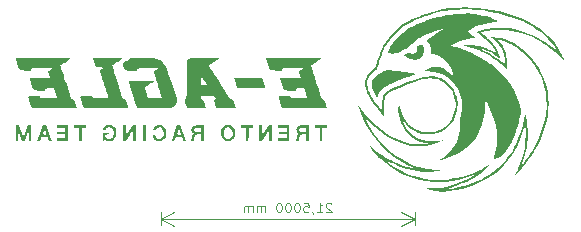
<source format=gbr>
%TF.GenerationSoftware,KiCad,Pcbnew,6.0.2+dfsg-1*%
%TF.CreationDate,2023-05-15T17:13:40+02:00*%
%TF.ProjectId,dclink,64636c69-6e6b-42e6-9b69-6361645f7063,V0*%
%TF.SameCoordinates,Original*%
%TF.FileFunction,Legend,Bot*%
%TF.FilePolarity,Positive*%
%FSLAX46Y46*%
G04 Gerber Fmt 4.6, Leading zero omitted, Abs format (unit mm)*
G04 Created by KiCad (PCBNEW 6.0.2+dfsg-1) date 2023-05-15 17:13:40*
%MOMM*%
%LPD*%
G01*
G04 APERTURE LIST*
%ADD10C,0.120000*%
%ADD11C,0.300000*%
G04 APERTURE END LIST*
D10*
X153545238Y-120518095D02*
X153507142Y-120480000D01*
X153430952Y-120441904D01*
X153240476Y-120441904D01*
X153164285Y-120480000D01*
X153126190Y-120518095D01*
X153088095Y-120594285D01*
X153088095Y-120670476D01*
X153126190Y-120784761D01*
X153583333Y-121241904D01*
X153088095Y-121241904D01*
X152326190Y-121241904D02*
X152783333Y-121241904D01*
X152554761Y-121241904D02*
X152554761Y-120441904D01*
X152630952Y-120556190D01*
X152707142Y-120632380D01*
X152783333Y-120670476D01*
X151945238Y-121203809D02*
X151945238Y-121241904D01*
X151983333Y-121318095D01*
X152021428Y-121356190D01*
X151221428Y-120441904D02*
X151602380Y-120441904D01*
X151640476Y-120822857D01*
X151602380Y-120784761D01*
X151526190Y-120746666D01*
X151335714Y-120746666D01*
X151259523Y-120784761D01*
X151221428Y-120822857D01*
X151183333Y-120899047D01*
X151183333Y-121089523D01*
X151221428Y-121165714D01*
X151259523Y-121203809D01*
X151335714Y-121241904D01*
X151526190Y-121241904D01*
X151602380Y-121203809D01*
X151640476Y-121165714D01*
X150688095Y-120441904D02*
X150611904Y-120441904D01*
X150535714Y-120480000D01*
X150497619Y-120518095D01*
X150459523Y-120594285D01*
X150421428Y-120746666D01*
X150421428Y-120937142D01*
X150459523Y-121089523D01*
X150497619Y-121165714D01*
X150535714Y-121203809D01*
X150611904Y-121241904D01*
X150688095Y-121241904D01*
X150764285Y-121203809D01*
X150802380Y-121165714D01*
X150840476Y-121089523D01*
X150878571Y-120937142D01*
X150878571Y-120746666D01*
X150840476Y-120594285D01*
X150802380Y-120518095D01*
X150764285Y-120480000D01*
X150688095Y-120441904D01*
X149926190Y-120441904D02*
X149850000Y-120441904D01*
X149773809Y-120480000D01*
X149735714Y-120518095D01*
X149697619Y-120594285D01*
X149659523Y-120746666D01*
X149659523Y-120937142D01*
X149697619Y-121089523D01*
X149735714Y-121165714D01*
X149773809Y-121203809D01*
X149850000Y-121241904D01*
X149926190Y-121241904D01*
X150002380Y-121203809D01*
X150040476Y-121165714D01*
X150078571Y-121089523D01*
X150116666Y-120937142D01*
X150116666Y-120746666D01*
X150078571Y-120594285D01*
X150040476Y-120518095D01*
X150002380Y-120480000D01*
X149926190Y-120441904D01*
X149164285Y-120441904D02*
X149088095Y-120441904D01*
X149011904Y-120480000D01*
X148973809Y-120518095D01*
X148935714Y-120594285D01*
X148897619Y-120746666D01*
X148897619Y-120937142D01*
X148935714Y-121089523D01*
X148973809Y-121165714D01*
X149011904Y-121203809D01*
X149088095Y-121241904D01*
X149164285Y-121241904D01*
X149240476Y-121203809D01*
X149278571Y-121165714D01*
X149316666Y-121089523D01*
X149354761Y-120937142D01*
X149354761Y-120746666D01*
X149316666Y-120594285D01*
X149278571Y-120518095D01*
X149240476Y-120480000D01*
X149164285Y-120441904D01*
X147945238Y-121241904D02*
X147945238Y-120708571D01*
X147945238Y-120784761D02*
X147907142Y-120746666D01*
X147830952Y-120708571D01*
X147716666Y-120708571D01*
X147640476Y-120746666D01*
X147602380Y-120822857D01*
X147602380Y-121241904D01*
X147602380Y-120822857D02*
X147564285Y-120746666D01*
X147488095Y-120708571D01*
X147373809Y-120708571D01*
X147297619Y-120746666D01*
X147259523Y-120822857D01*
X147259523Y-121241904D01*
X146878571Y-121241904D02*
X146878571Y-120708571D01*
X146878571Y-120784761D02*
X146840476Y-120746666D01*
X146764285Y-120708571D01*
X146650000Y-120708571D01*
X146573809Y-120746666D01*
X146535714Y-120822857D01*
X146535714Y-121241904D01*
X146535714Y-120822857D02*
X146497619Y-120746666D01*
X146421428Y-120708571D01*
X146307142Y-120708571D01*
X146230952Y-120746666D01*
X146192857Y-120822857D01*
X146192857Y-121241904D01*
X160600000Y-122350000D02*
X160600000Y-121213580D01*
X139100000Y-122350000D02*
X139100000Y-121213580D01*
X160600000Y-121800000D02*
X139100000Y-121800000D01*
X160600000Y-121800000D02*
X139100000Y-121800000D01*
X160600000Y-121800000D02*
X159473496Y-121213579D01*
X160600000Y-121800000D02*
X159473496Y-122386421D01*
X139100000Y-121800000D02*
X140226504Y-122386421D01*
X139100000Y-121800000D02*
X140226504Y-121213579D01*
D11*
%TO.C, *%
G36*
X137860000Y-115180000D02*
G01*
X137620000Y-115180000D01*
X137620000Y-113880000D01*
X137860000Y-113880000D01*
X137860000Y-115180000D01*
G37*
G36*
X127806364Y-108203049D02*
G01*
X128049658Y-108203191D01*
X128311657Y-108203448D01*
X128589883Y-108203821D01*
X128881859Y-108204310D01*
X129185108Y-108204917D01*
X131536716Y-108210000D01*
X131083358Y-108498514D01*
X131082291Y-108499194D01*
X130962053Y-108575763D01*
X130853195Y-108645182D01*
X130760193Y-108704587D01*
X130687522Y-108751118D01*
X130639656Y-108781913D01*
X130621072Y-108794110D01*
X130620376Y-108794777D01*
X130619116Y-108798324D01*
X130619576Y-108806156D01*
X130622526Y-108820680D01*
X130628736Y-108844306D01*
X130638974Y-108879442D01*
X130654011Y-108928495D01*
X130674617Y-108993873D01*
X130701560Y-109077984D01*
X130735611Y-109183238D01*
X130777539Y-109312041D01*
X130828114Y-109466802D01*
X130888106Y-109649929D01*
X130958284Y-109863830D01*
X131039417Y-110110913D01*
X131132276Y-110393587D01*
X131540839Y-111637174D01*
X131609100Y-111659702D01*
X131648796Y-111675790D01*
X131708023Y-111715466D01*
X131760500Y-111775183D01*
X131809384Y-111859822D01*
X131857831Y-111974264D01*
X131908999Y-112123390D01*
X131924521Y-112172315D01*
X131954340Y-112267716D01*
X131978283Y-112346248D01*
X131994215Y-112400845D01*
X132000000Y-112424441D01*
X131997562Y-112425229D01*
X131964646Y-112427420D01*
X131895431Y-112429509D01*
X131792659Y-112431472D01*
X131659070Y-112433288D01*
X131497406Y-112434935D01*
X131310408Y-112436389D01*
X131100816Y-112437629D01*
X130871372Y-112438633D01*
X130624816Y-112439377D01*
X130363889Y-112439840D01*
X130091333Y-112440000D01*
X128182665Y-112440000D01*
X128052656Y-112035000D01*
X128021395Y-111937535D01*
X127980007Y-111807724D01*
X127948919Y-111708253D01*
X127926897Y-111634348D01*
X127912707Y-111581235D01*
X127905117Y-111544140D01*
X127902893Y-111518289D01*
X127904802Y-111498908D01*
X127909612Y-111481224D01*
X127913345Y-111470659D01*
X127930555Y-111441121D01*
X127959075Y-111418636D01*
X128003681Y-111402289D01*
X128069148Y-111391166D01*
X128160255Y-111384353D01*
X128281778Y-111380935D01*
X128438494Y-111380000D01*
X128838973Y-111380000D01*
X128867526Y-111435215D01*
X128875997Y-111448788D01*
X128919565Y-111494953D01*
X128975763Y-111535215D01*
X128987297Y-111541589D01*
X129010333Y-111552777D01*
X129036175Y-111561551D01*
X129069472Y-111568204D01*
X129114874Y-111573029D01*
X129177029Y-111576320D01*
X129260587Y-111578370D01*
X129370197Y-111579470D01*
X129510508Y-111579916D01*
X129686170Y-111580000D01*
X130316894Y-111580000D01*
X130036556Y-110740000D01*
X129743278Y-110740294D01*
X129615224Y-110741341D01*
X129513443Y-110745571D01*
X129441337Y-110754809D01*
X129393608Y-110770888D01*
X129364958Y-110795640D01*
X129350089Y-110830899D01*
X129343703Y-110878496D01*
X129337405Y-110966057D01*
X128943703Y-110952244D01*
X128937777Y-110952034D01*
X128811242Y-110946648D01*
X128694074Y-110940053D01*
X128593927Y-110932801D01*
X128518457Y-110925443D01*
X128475319Y-110918530D01*
X128454161Y-110912625D01*
X128410844Y-110897033D01*
X128374410Y-110875339D01*
X128342195Y-110842954D01*
X128311538Y-110795287D01*
X128279772Y-110727748D01*
X128244236Y-110635747D01*
X128202266Y-110514694D01*
X128151197Y-110360000D01*
X128004255Y-109910000D01*
X128882128Y-109904791D01*
X129011044Y-109903867D01*
X129185497Y-109902077D01*
X129344200Y-109899824D01*
X129483111Y-109897198D01*
X129598188Y-109894293D01*
X129685389Y-109891199D01*
X129740674Y-109888009D01*
X129760000Y-109884815D01*
X129758976Y-109879542D01*
X129748423Y-109842922D01*
X129728258Y-109778427D01*
X129700737Y-109693192D01*
X129668118Y-109594352D01*
X129654884Y-109554068D01*
X129625040Y-109458313D01*
X129602245Y-109377976D01*
X129588534Y-109320509D01*
X129585941Y-109293365D01*
X129595686Y-109281937D01*
X129634169Y-109251180D01*
X129694169Y-109209477D01*
X129767824Y-109162487D01*
X129818369Y-109131116D01*
X129881119Y-109090908D01*
X129924074Y-109061756D01*
X129940000Y-109048450D01*
X129933436Y-109047401D01*
X129892847Y-109045682D01*
X129818740Y-109044116D01*
X129715218Y-109042742D01*
X129586388Y-109041604D01*
X129436353Y-109040740D01*
X129269219Y-109040191D01*
X129089091Y-109040000D01*
X128238182Y-109040000D01*
X128186857Y-109091325D01*
X128169976Y-109109420D01*
X128146013Y-109152681D01*
X128147753Y-109203763D01*
X128159976Y-109264875D01*
X127764988Y-109250932D01*
X127758603Y-109250705D01*
X127631580Y-109245266D01*
X127513675Y-109238607D01*
X127412605Y-109231285D01*
X127336088Y-109223855D01*
X127291840Y-109216873D01*
X127283424Y-109214652D01*
X127236405Y-109198911D01*
X127196640Y-109176562D01*
X127161497Y-109143062D01*
X127128343Y-109093870D01*
X127094546Y-109024442D01*
X127057473Y-108930234D01*
X127014491Y-108806704D01*
X126962970Y-108649310D01*
X126939816Y-108577139D01*
X126902459Y-108459180D01*
X126870921Y-108357653D01*
X126846847Y-108277957D01*
X126831886Y-108225490D01*
X126827682Y-108205651D01*
X126835141Y-108205217D01*
X126878134Y-108204574D01*
X126957173Y-108204041D01*
X127069782Y-108203619D01*
X127213483Y-108203308D01*
X127385799Y-108203108D01*
X127584251Y-108203022D01*
X127806364Y-108203049D01*
G37*
G36*
X146940000Y-114080000D02*
G01*
X146540000Y-114080000D01*
X146540000Y-114616980D01*
X146539520Y-114759629D01*
X146538171Y-114888986D01*
X146536081Y-114999710D01*
X146533381Y-115086459D01*
X146530200Y-115143891D01*
X146526667Y-115166666D01*
X146513556Y-115171733D01*
X146468910Y-115177681D01*
X146406667Y-115180000D01*
X146300000Y-115180000D01*
X146300000Y-114080000D01*
X145880000Y-114080000D01*
X145880000Y-113880000D01*
X146940000Y-113880000D01*
X146940000Y-114080000D01*
G37*
G36*
X161299410Y-107086178D02*
G01*
X161326589Y-107097988D01*
X161341329Y-107122218D01*
X161349713Y-107160633D01*
X161357824Y-107215000D01*
X161368543Y-107284833D01*
X161379732Y-107362935D01*
X161387025Y-107420000D01*
X161388372Y-107434930D01*
X161386961Y-107538916D01*
X161371788Y-107658167D01*
X161345813Y-107774883D01*
X161311994Y-107871265D01*
X161302612Y-107890859D01*
X161219321Y-108020892D01*
X161109768Y-108137110D01*
X160983485Y-108230806D01*
X160850000Y-108293275D01*
X160798549Y-108304686D01*
X160701467Y-108313139D01*
X160580000Y-108313181D01*
X160492542Y-108308667D01*
X160403699Y-108297508D01*
X160321487Y-108276808D01*
X160227356Y-108242869D01*
X160194814Y-108229096D01*
X160118316Y-108191971D01*
X160031856Y-108145481D01*
X159943031Y-108094223D01*
X159859435Y-108042793D01*
X159788665Y-107995788D01*
X159738317Y-107957803D01*
X159715985Y-107933436D01*
X159723313Y-107922772D01*
X159758490Y-107894880D01*
X159816353Y-107855847D01*
X159889972Y-107810565D01*
X160069943Y-107704259D01*
X160145809Y-107742963D01*
X160260547Y-107786978D01*
X160382857Y-107807653D01*
X160500697Y-107803902D01*
X160604758Y-107776047D01*
X160685734Y-107724405D01*
X160726254Y-107673070D01*
X160769132Y-107573331D01*
X160793303Y-107447901D01*
X160797051Y-107303269D01*
X160790000Y-107150881D01*
X161020000Y-107116931D01*
X161082403Y-107107607D01*
X161183400Y-107092754D01*
X161253708Y-107085022D01*
X161299410Y-107086178D01*
G37*
G36*
X137596437Y-108204441D02*
G01*
X137645192Y-108204738D01*
X137870331Y-108206176D01*
X138059765Y-108207602D01*
X138217083Y-108209170D01*
X138345875Y-108211033D01*
X138449731Y-108213342D01*
X138532239Y-108216253D01*
X138596990Y-108219916D01*
X138647572Y-108224486D01*
X138687574Y-108230115D01*
X138720587Y-108236957D01*
X138750199Y-108245164D01*
X138780000Y-108254889D01*
X138828281Y-108272468D01*
X139006460Y-108358006D01*
X139175008Y-108469913D01*
X139326336Y-108601803D01*
X139452854Y-108747294D01*
X139546971Y-108900000D01*
X139553044Y-108913461D01*
X139576282Y-108972409D01*
X139609945Y-109064411D01*
X139652802Y-109185847D01*
X139703621Y-109333101D01*
X139761170Y-109502554D01*
X139824215Y-109690588D01*
X139891526Y-109893585D01*
X139961870Y-110107928D01*
X140034014Y-110330000D01*
X140447717Y-111610000D01*
X140448859Y-111810000D01*
X140448932Y-111849264D01*
X140446861Y-111936256D01*
X140440107Y-111998413D01*
X140426976Y-112046851D01*
X140405773Y-112092689D01*
X140357281Y-112169902D01*
X140258863Y-112273240D01*
X140132657Y-112352071D01*
X139974987Y-112409097D01*
X139968013Y-112410835D01*
X139937212Y-112416318D01*
X139893857Y-112421048D01*
X139835203Y-112425077D01*
X139758504Y-112428463D01*
X139661018Y-112431257D01*
X139539999Y-112433516D01*
X139392703Y-112435294D01*
X139216385Y-112436645D01*
X139008301Y-112437624D01*
X138765707Y-112438285D01*
X138485857Y-112438683D01*
X137101714Y-112440000D01*
X136981845Y-112065000D01*
X136946939Y-111955771D01*
X136837238Y-111612075D01*
X136739707Y-111305814D01*
X136654201Y-111036519D01*
X136580573Y-110803724D01*
X136518675Y-110606958D01*
X136468360Y-110445756D01*
X136429482Y-110319648D01*
X136401895Y-110228166D01*
X136385450Y-110170842D01*
X136380000Y-110147208D01*
X136380963Y-110144526D01*
X136391753Y-110138906D01*
X136416820Y-110134180D01*
X136459022Y-110130276D01*
X136521217Y-110127123D01*
X136606263Y-110124651D01*
X136717017Y-110122787D01*
X136856339Y-110121461D01*
X137027086Y-110120602D01*
X137232115Y-110120138D01*
X137474286Y-110120000D01*
X137644552Y-110120056D01*
X137858813Y-110120373D01*
X138037836Y-110121033D01*
X138184437Y-110122108D01*
X138301431Y-110123670D01*
X138391633Y-110125792D01*
X138457857Y-110128545D01*
X138502920Y-110132002D01*
X138529636Y-110136235D01*
X138540819Y-110141316D01*
X138539286Y-110147318D01*
X138535619Y-110150326D01*
X138501926Y-110173377D01*
X138440924Y-110212414D01*
X138358207Y-110263944D01*
X138259368Y-110324471D01*
X138150000Y-110390502D01*
X138118904Y-110409176D01*
X138012508Y-110473513D01*
X137918575Y-110530975D01*
X137842585Y-110578171D01*
X137790015Y-110611705D01*
X137766344Y-110628184D01*
X137758465Y-110643480D01*
X137759227Y-110679125D01*
X137772672Y-110739172D01*
X137799860Y-110830000D01*
X137805699Y-110848398D01*
X137835521Y-110942668D01*
X137872177Y-111058873D01*
X137911561Y-111183991D01*
X137949570Y-111305000D01*
X138042108Y-111600000D01*
X138556054Y-111599705D01*
X138663927Y-111599488D01*
X138814774Y-111598173D01*
X138932382Y-111595090D01*
X139020976Y-111589575D01*
X139084784Y-111580966D01*
X139128032Y-111568600D01*
X139154946Y-111551813D01*
X139169752Y-111529943D01*
X139176676Y-111502326D01*
X139174829Y-111488183D01*
X139162416Y-111437586D01*
X139139398Y-111354956D01*
X139106862Y-111243889D01*
X139065897Y-111107982D01*
X139017591Y-110950832D01*
X138963032Y-110776036D01*
X138903309Y-110587192D01*
X138839510Y-110387897D01*
X138795621Y-110251149D01*
X138734740Y-110059858D01*
X138678752Y-109882067D01*
X138628728Y-109721279D01*
X138585740Y-109581001D01*
X138550858Y-109464736D01*
X138525154Y-109375989D01*
X138509698Y-109318265D01*
X138505561Y-109295070D01*
X138517747Y-109282400D01*
X138559582Y-109252809D01*
X138623299Y-109213657D01*
X138700997Y-109170000D01*
X138886538Y-109070000D01*
X138030090Y-109064782D01*
X138012673Y-109064676D01*
X137796146Y-109063417D01*
X137616023Y-109062816D01*
X137468954Y-109063315D01*
X137351589Y-109065359D01*
X137260577Y-109069389D01*
X137192569Y-109075849D01*
X137144215Y-109085183D01*
X137112164Y-109097833D01*
X137093068Y-109114243D01*
X137083575Y-109134855D01*
X137080336Y-109160113D01*
X137080000Y-109190461D01*
X137080000Y-109260000D01*
X136703631Y-109260000D01*
X136604342Y-109259496D01*
X136454295Y-109255709D01*
X136336228Y-109247469D01*
X136245066Y-109233898D01*
X136175736Y-109214118D01*
X136123161Y-109187249D01*
X136082267Y-109152412D01*
X136072742Y-109139579D01*
X136045477Y-109089670D01*
X136011492Y-109016632D01*
X135974764Y-108930342D01*
X135939273Y-108840677D01*
X135908996Y-108757517D01*
X135887912Y-108690737D01*
X135880000Y-108650217D01*
X135880304Y-108648860D01*
X135900583Y-108627634D01*
X135948979Y-108589474D01*
X136020349Y-108538097D01*
X136109549Y-108477223D01*
X136211437Y-108410571D01*
X136542873Y-108198043D01*
X137596437Y-108204441D01*
G37*
G36*
X136164639Y-114348307D02*
G01*
X136170000Y-114816614D01*
X136459366Y-114348307D01*
X136748731Y-113880000D01*
X137000000Y-113880000D01*
X137000000Y-114516666D01*
X136999880Y-114602139D01*
X136999063Y-114751501D01*
X136997558Y-114885258D01*
X136995466Y-114998533D01*
X136992887Y-115086445D01*
X136989921Y-115144116D01*
X136986667Y-115166666D01*
X136977176Y-115170967D01*
X136935915Y-115177448D01*
X136876667Y-115180000D01*
X136780000Y-115180000D01*
X136780000Y-114706666D01*
X136779725Y-114616708D01*
X136778376Y-114494619D01*
X136776056Y-114391403D01*
X136772938Y-114312341D01*
X136769196Y-114262714D01*
X136765000Y-114247806D01*
X136751329Y-114267312D01*
X136719412Y-114316423D01*
X136672247Y-114390462D01*
X136612747Y-114484829D01*
X136543825Y-114594921D01*
X136468397Y-114716139D01*
X136186793Y-115170000D01*
X136063397Y-115175954D01*
X135940000Y-115181908D01*
X135940000Y-113880000D01*
X136159277Y-113880000D01*
X136164639Y-114348307D01*
G37*
G36*
X148500000Y-115180000D02*
G01*
X148280724Y-115180000D01*
X148275362Y-114711692D01*
X148270000Y-114243385D01*
X147980124Y-114712520D01*
X147690247Y-115181655D01*
X147570124Y-115175827D01*
X147450000Y-115170000D01*
X147450000Y-113890000D01*
X147670000Y-113890000D01*
X147680000Y-114345310D01*
X147690000Y-114800621D01*
X147971472Y-114345310D01*
X148252943Y-113890000D01*
X148376472Y-113884045D01*
X148500000Y-113878091D01*
X148500000Y-115180000D01*
G37*
G36*
X139066305Y-113871554D02*
G01*
X139143015Y-113877627D01*
X139200464Y-113889722D01*
X139249337Y-113909336D01*
X139261366Y-113915542D01*
X139368339Y-113991761D01*
X139463625Y-114095891D01*
X139537041Y-114217040D01*
X139551666Y-114249446D01*
X139571631Y-114304174D01*
X139583164Y-114360697D01*
X139588395Y-114431733D01*
X139589453Y-114530000D01*
X139589446Y-114532459D01*
X139587274Y-114635272D01*
X139580331Y-114710514D01*
X139566803Y-114770260D01*
X139544875Y-114826590D01*
X139539795Y-114837566D01*
X139464601Y-114966377D01*
X139372302Y-115064330D01*
X139256071Y-115138806D01*
X139220886Y-115155811D01*
X139149569Y-115183463D01*
X139080130Y-115196321D01*
X138991806Y-115199122D01*
X138915362Y-115195468D01*
X138834442Y-115185458D01*
X138774960Y-115171464D01*
X138663136Y-115114148D01*
X138561719Y-115022533D01*
X138486370Y-114906704D01*
X138442585Y-114773247D01*
X138425165Y-114680000D01*
X138651704Y-114680000D01*
X138676478Y-114772625D01*
X138721227Y-114876317D01*
X138788440Y-114952112D01*
X138871688Y-114999561D01*
X138964588Y-115018372D01*
X139060754Y-115008253D01*
X139153801Y-114968912D01*
X139237345Y-114900055D01*
X139305000Y-114801392D01*
X139320463Y-114769493D01*
X139345015Y-114703649D01*
X139356901Y-114634453D01*
X139360000Y-114543734D01*
X139356325Y-114441239D01*
X139338666Y-114331903D01*
X139303671Y-114242727D01*
X139248338Y-114163478D01*
X139173718Y-114097860D01*
X139071268Y-114052832D01*
X138959469Y-114042991D01*
X138846408Y-114070212D01*
X138845547Y-114070572D01*
X138778748Y-114107024D01*
X138730518Y-114157589D01*
X138688670Y-114235000D01*
X138671333Y-114269191D01*
X138649143Y-114290121D01*
X138611891Y-114298484D01*
X138547115Y-114300000D01*
X138434767Y-114300000D01*
X138446886Y-114225316D01*
X138454325Y-114192895D01*
X138499481Y-114096545D01*
X138573585Y-114005699D01*
X138669014Y-113930473D01*
X138672863Y-113928097D01*
X138719683Y-113901105D01*
X138761363Y-113884078D01*
X138809187Y-113874737D01*
X138874437Y-113870804D01*
X138968396Y-113870000D01*
X139066305Y-113871554D01*
G37*
G36*
X145093580Y-111660859D02*
G01*
X145108503Y-111666121D01*
X145168320Y-111693837D01*
X145217845Y-111732011D01*
X145260893Y-111786357D01*
X145301283Y-111862586D01*
X145342830Y-111966412D01*
X145389352Y-112103548D01*
X145404987Y-112151945D01*
X145436396Y-112249068D01*
X145462674Y-112330188D01*
X145481438Y-112387950D01*
X145490303Y-112415000D01*
X145489283Y-112418605D01*
X145474323Y-112424342D01*
X145439928Y-112429027D01*
X145383161Y-112432749D01*
X145301084Y-112435595D01*
X145190759Y-112437655D01*
X145049250Y-112439017D01*
X144873618Y-112439769D01*
X144660926Y-112440000D01*
X143823107Y-112440000D01*
X143760208Y-112235000D01*
X143742732Y-112178052D01*
X143712524Y-112079641D01*
X143685458Y-111991503D01*
X143665829Y-111927621D01*
X143647881Y-111853724D01*
X143647436Y-111778303D01*
X143675132Y-111724661D01*
X143732380Y-111687716D01*
X143803336Y-111658069D01*
X143768253Y-111604034D01*
X143766636Y-111601543D01*
X143730119Y-111545083D01*
X143691585Y-111485247D01*
X143650000Y-111420495D01*
X143084046Y-111420247D01*
X142518092Y-111420000D01*
X142524046Y-111543804D01*
X142524800Y-111559162D01*
X142529475Y-111621026D01*
X142538996Y-111655419D01*
X142558586Y-111672888D01*
X142593471Y-111683979D01*
X142605489Y-111687340D01*
X142655524Y-111709193D01*
X142699264Y-111745214D01*
X142739815Y-111800354D01*
X142780285Y-111879561D01*
X142823780Y-111987788D01*
X142873407Y-112129982D01*
X142976977Y-112440000D01*
X141321272Y-112440000D01*
X141218873Y-112118385D01*
X141215071Y-112106426D01*
X141174377Y-111974696D01*
X141147112Y-111874888D01*
X141133145Y-111801718D01*
X141132341Y-111749902D01*
X141144568Y-111714153D01*
X141169693Y-111689188D01*
X141207583Y-111669721D01*
X141273742Y-111642078D01*
X141286871Y-111397899D01*
X141287339Y-111388379D01*
X141289618Y-111317808D01*
X141291762Y-111212258D01*
X141293736Y-111075917D01*
X141295502Y-110912972D01*
X141297027Y-110727608D01*
X141298275Y-110524014D01*
X141298636Y-110440000D01*
X142500000Y-110440000D01*
X142760000Y-110440000D01*
X142779222Y-110439974D01*
X142873423Y-110439039D01*
X142949904Y-110436963D01*
X143001239Y-110434017D01*
X143020000Y-110430474D01*
X143014607Y-110420490D01*
X142991091Y-110381660D01*
X142952217Y-110318967D01*
X142901600Y-110238112D01*
X142842853Y-110144798D01*
X142779587Y-110044725D01*
X142715417Y-109943595D01*
X142653956Y-109847112D01*
X142598817Y-109760975D01*
X142553613Y-109690887D01*
X142521958Y-109642550D01*
X142507464Y-109621666D01*
X142506788Y-109622606D01*
X142504626Y-109649718D01*
X142502761Y-109709413D01*
X142501298Y-109795958D01*
X142500342Y-109903620D01*
X142500000Y-110026666D01*
X142500000Y-110440000D01*
X141298636Y-110440000D01*
X141299210Y-110306376D01*
X141299797Y-110078881D01*
X141300000Y-109845716D01*
X141300024Y-109757881D01*
X141300505Y-109463698D01*
X141301619Y-109208465D01*
X141303379Y-108991361D01*
X141305797Y-108811568D01*
X141308886Y-108668264D01*
X141312660Y-108560630D01*
X141317132Y-108487846D01*
X141322315Y-108449092D01*
X141343518Y-108390215D01*
X141405664Y-108303154D01*
X141494263Y-108241607D01*
X141603219Y-108210748D01*
X141639337Y-108208684D01*
X141712755Y-108206812D01*
X141818653Y-108205271D01*
X141953171Y-108204082D01*
X142112450Y-108203263D01*
X142292632Y-108202835D01*
X142489857Y-108202816D01*
X142700266Y-108203227D01*
X142920000Y-108204086D01*
X144130000Y-108210000D01*
X143655410Y-108506045D01*
X143180819Y-108802090D01*
X143227849Y-108876045D01*
X143231216Y-108881317D01*
X143255654Y-108919384D01*
X143299480Y-108987521D01*
X143360948Y-109083018D01*
X143438313Y-109203167D01*
X143529829Y-109345256D01*
X143633753Y-109506578D01*
X143748338Y-109684423D01*
X143871840Y-109876081D01*
X144002512Y-110078843D01*
X144138611Y-110290000D01*
X144229157Y-110430474D01*
X145002342Y-111630000D01*
X145093580Y-111660859D01*
G37*
G36*
X158607172Y-116841843D02*
G01*
X158863018Y-116963538D01*
X159261633Y-117135037D01*
X159660197Y-117285336D01*
X160052153Y-117412199D01*
X160430940Y-117513387D01*
X160790000Y-117586662D01*
X160800933Y-117588505D01*
X160931601Y-117609903D01*
X161023924Y-117623520D01*
X161078749Y-117629271D01*
X161096922Y-117627074D01*
X161079290Y-117616846D01*
X161026701Y-117598504D01*
X160940000Y-117571965D01*
X160837683Y-117540765D01*
X160411275Y-117392338D01*
X159999922Y-117219955D01*
X159704838Y-117075628D01*
X159261315Y-116822678D01*
X158833201Y-116534117D01*
X158421940Y-116211287D01*
X158028977Y-115855527D01*
X157655757Y-115468179D01*
X157303725Y-115050581D01*
X156974325Y-114604074D01*
X156669002Y-114130000D01*
X156514823Y-113858642D01*
X156333786Y-113496994D01*
X156165706Y-113110705D01*
X156342816Y-113110705D01*
X156348873Y-113134479D01*
X156370876Y-113187401D01*
X156406020Y-113263879D01*
X156451497Y-113358320D01*
X156504501Y-113465132D01*
X156562224Y-113578724D01*
X156621861Y-113693501D01*
X156680604Y-113803872D01*
X156735646Y-113904245D01*
X156784182Y-113989027D01*
X156884383Y-114154784D01*
X157195822Y-114624282D01*
X157529498Y-115062909D01*
X157884514Y-115469976D01*
X158259973Y-115844799D01*
X158654976Y-116186690D01*
X159068626Y-116494962D01*
X159500026Y-116768929D01*
X159948277Y-117007905D01*
X160412482Y-117211202D01*
X160891744Y-117378135D01*
X161385164Y-117508017D01*
X161392710Y-117509691D01*
X161552819Y-117543771D01*
X161702597Y-117572319D01*
X161850429Y-117596476D01*
X162004701Y-117617382D01*
X162173797Y-117636181D01*
X162366102Y-117654012D01*
X162590000Y-117672018D01*
X162591125Y-117672104D01*
X162665378Y-117678476D01*
X162711326Y-117684987D01*
X162727131Y-117692825D01*
X162710957Y-117703182D01*
X162660965Y-117717248D01*
X162575316Y-117736212D01*
X162452174Y-117761264D01*
X162445565Y-117762579D01*
X162093903Y-117813697D01*
X161721455Y-117832563D01*
X161330569Y-117819515D01*
X160923594Y-117774895D01*
X160502875Y-117699042D01*
X160070762Y-117592297D01*
X159629602Y-117454998D01*
X159181742Y-117287488D01*
X159099842Y-117253318D01*
X158953303Y-117188879D01*
X158789997Y-117113962D01*
X158618869Y-117032889D01*
X158448861Y-116949980D01*
X158288917Y-116869556D01*
X158147983Y-116795940D01*
X158035000Y-116733451D01*
X158000578Y-116713718D01*
X157938727Y-116679186D01*
X157895966Y-116656616D01*
X157880000Y-116650150D01*
X157890336Y-116662462D01*
X157927516Y-116695714D01*
X157986420Y-116744834D01*
X158061424Y-116805348D01*
X158146907Y-116872783D01*
X158237245Y-116942664D01*
X158326817Y-117010518D01*
X158410000Y-117071872D01*
X158597915Y-117204502D01*
X159057515Y-117499056D01*
X159522765Y-117754821D01*
X159995679Y-117972585D01*
X160478269Y-118153136D01*
X160972546Y-118297261D01*
X161480523Y-118405750D01*
X162004212Y-118479390D01*
X162082878Y-118486070D01*
X162223530Y-118493263D01*
X162388911Y-118497694D01*
X162570083Y-118499426D01*
X162758110Y-118498521D01*
X162944052Y-118495039D01*
X163118973Y-118489043D01*
X163273935Y-118480594D01*
X163400000Y-118469754D01*
X163495342Y-118458664D01*
X164043042Y-118373025D01*
X164578322Y-118250986D01*
X165104218Y-118091649D01*
X165623765Y-117894112D01*
X166140000Y-117657476D01*
X166184973Y-117635012D01*
X166379222Y-117535265D01*
X166550343Y-117442060D01*
X166710036Y-117348854D01*
X166870000Y-117249100D01*
X166880870Y-117242156D01*
X166906314Y-117227357D01*
X166910801Y-117230889D01*
X166893036Y-117257092D01*
X166851723Y-117310304D01*
X166754675Y-117425545D01*
X166576376Y-117608230D01*
X166367247Y-117794107D01*
X166132168Y-117979405D01*
X165876015Y-118160355D01*
X165603667Y-118333188D01*
X165320000Y-118494132D01*
X165027355Y-118641026D01*
X164655724Y-118805342D01*
X164253876Y-118961541D01*
X163826929Y-119107652D01*
X163380000Y-119241702D01*
X163333620Y-119254845D01*
X163244989Y-119281561D01*
X163193092Y-119300356D01*
X163178369Y-119311372D01*
X163201259Y-119314752D01*
X163262201Y-119310637D01*
X163361635Y-119299170D01*
X163500000Y-119280492D01*
X163779244Y-119237877D01*
X164305202Y-119137749D01*
X164803150Y-119015073D01*
X165277194Y-118868648D01*
X165731441Y-118697274D01*
X166170000Y-118499749D01*
X166189445Y-118490224D01*
X166556351Y-118297673D01*
X166894855Y-118093497D01*
X167215782Y-117870714D01*
X167529953Y-117622342D01*
X167631969Y-117534857D01*
X167985700Y-117198245D01*
X168314452Y-116831414D01*
X168616708Y-116436306D01*
X168890946Y-116014863D01*
X169135650Y-115569028D01*
X169155069Y-115529794D01*
X169259981Y-115301094D01*
X169366473Y-115042705D01*
X169471506Y-114763015D01*
X169572042Y-114470409D01*
X169665043Y-114173275D01*
X169747471Y-113880000D01*
X169766853Y-113804056D01*
X169795500Y-113684695D01*
X169825068Y-113554703D01*
X169854097Y-113421156D01*
X169881125Y-113291130D01*
X169904691Y-113171700D01*
X169923333Y-113069944D01*
X169935590Y-112992938D01*
X169940001Y-112947757D01*
X169943589Y-112917974D01*
X169957349Y-112891638D01*
X169958948Y-112891208D01*
X169971817Y-112910571D01*
X169989210Y-112965081D01*
X170010303Y-113050886D01*
X170034271Y-113164134D01*
X170060293Y-113300970D01*
X170087542Y-113457543D01*
X170115197Y-113630000D01*
X170119806Y-113660124D01*
X170134268Y-113759345D01*
X170145527Y-113848373D01*
X170153989Y-113934376D01*
X170160061Y-114024526D01*
X170164151Y-114125993D01*
X170166667Y-114245947D01*
X170168016Y-114391559D01*
X170168604Y-114570000D01*
X170168649Y-114662433D01*
X170167736Y-114846490D01*
X170165195Y-115000361D01*
X170160753Y-115130848D01*
X170154137Y-115244750D01*
X170145074Y-115348867D01*
X170133292Y-115450000D01*
X170128156Y-115488638D01*
X170083688Y-115772890D01*
X170027428Y-116063128D01*
X169961624Y-116350153D01*
X169888528Y-116624771D01*
X169810391Y-116877786D01*
X169729464Y-117100000D01*
X169661402Y-117270000D01*
X169752528Y-117171047D01*
X169784814Y-117134803D01*
X169866589Y-117036109D01*
X169962284Y-116913352D01*
X170066946Y-116773228D01*
X170175622Y-116622436D01*
X170283358Y-116467673D01*
X170385200Y-116315636D01*
X170592664Y-115985791D01*
X170880035Y-115475610D01*
X171128615Y-114962712D01*
X171338161Y-114447708D01*
X171508432Y-113931214D01*
X171639187Y-113413842D01*
X171730184Y-112896204D01*
X171748372Y-112742716D01*
X171770829Y-112425355D01*
X171776773Y-112091517D01*
X171766441Y-111754244D01*
X171740069Y-111426575D01*
X171697895Y-111121552D01*
X171688653Y-111069570D01*
X171586373Y-110616609D01*
X171446453Y-110166569D01*
X171270949Y-109724169D01*
X171061918Y-109294127D01*
X170821416Y-108881165D01*
X170551497Y-108490000D01*
X170425972Y-108331874D01*
X170215418Y-108096526D01*
X169981503Y-107864564D01*
X169733269Y-107644317D01*
X169479754Y-107444117D01*
X169230000Y-107272293D01*
X169043522Y-107160733D01*
X168763794Y-107013768D01*
X168476134Y-106884426D01*
X168191288Y-106777424D01*
X167920000Y-106697477D01*
X167915668Y-106696400D01*
X167797582Y-106667534D01*
X167715194Y-106649625D01*
X167665556Y-106643654D01*
X167645714Y-106650599D01*
X167652718Y-106671441D01*
X167683618Y-106707159D01*
X167735461Y-106758732D01*
X167903074Y-106945486D01*
X168061532Y-107178352D01*
X168193835Y-107440458D01*
X168299628Y-107730969D01*
X168378558Y-108049051D01*
X168430268Y-108393871D01*
X168446149Y-108563190D01*
X168457385Y-108754411D01*
X168457654Y-108909157D01*
X168446930Y-109026440D01*
X168434299Y-109102880D01*
X168342150Y-109014963D01*
X168177395Y-108865080D01*
X167926747Y-108657939D01*
X167650100Y-108449624D01*
X167354779Y-108245152D01*
X167048106Y-108049541D01*
X166737405Y-107867807D01*
X166430000Y-107704968D01*
X166295673Y-107639686D01*
X166019102Y-107515962D01*
X165736898Y-107402785D01*
X165644853Y-107370000D01*
X166120000Y-107370000D01*
X166130000Y-107380000D01*
X166140000Y-107370000D01*
X166130000Y-107360000D01*
X166120000Y-107370000D01*
X165644853Y-107370000D01*
X165458412Y-107303593D01*
X165192995Y-107221824D01*
X164950000Y-107160916D01*
X164869048Y-107143289D01*
X164783445Y-107123644D01*
X164728635Y-107108771D01*
X164705931Y-107098110D01*
X164716647Y-107091099D01*
X164762098Y-107087176D01*
X164843598Y-107085782D01*
X164962461Y-107086354D01*
X165120000Y-107088332D01*
X165293621Y-107091911D01*
X165489400Y-107100062D01*
X165662040Y-107113318D01*
X165820982Y-107132896D01*
X165975663Y-107160013D01*
X166135523Y-107195886D01*
X166310000Y-107241732D01*
X166365058Y-107257404D01*
X166567332Y-107321400D01*
X166702118Y-107370000D01*
X166772611Y-107395418D01*
X166972443Y-107475919D01*
X167158375Y-107559365D01*
X167321954Y-107642217D01*
X167454729Y-107720937D01*
X167519457Y-107763583D01*
X167487430Y-107686791D01*
X167380691Y-107470866D01*
X167233339Y-107241664D01*
X167050093Y-107008307D01*
X166832652Y-106772632D01*
X166582715Y-106536477D01*
X166301982Y-106301680D01*
X165992154Y-106070078D01*
X165854307Y-105972426D01*
X165981764Y-105924760D01*
X166032400Y-105906295D01*
X166284160Y-105825867D01*
X166559710Y-105754228D01*
X166846005Y-105694501D01*
X167130000Y-105649810D01*
X167235642Y-105637183D01*
X167695865Y-105606835D01*
X168162061Y-105615551D01*
X168633283Y-105663093D01*
X169108581Y-105749223D01*
X169587008Y-105873704D01*
X170067616Y-106036297D01*
X170549458Y-106236764D01*
X171031584Y-106474867D01*
X171513048Y-106750368D01*
X171638111Y-106828989D01*
X171821467Y-106950526D01*
X172010296Y-107082011D01*
X172196528Y-107217536D01*
X172372094Y-107351195D01*
X172528925Y-107477078D01*
X172658951Y-107589280D01*
X172747901Y-107670000D01*
X172681272Y-107550000D01*
X172601941Y-107414344D01*
X172404964Y-107122489D01*
X172174411Y-106832273D01*
X171914459Y-106548105D01*
X171629288Y-106274394D01*
X171323076Y-106015549D01*
X171000000Y-105775980D01*
X170690406Y-105573382D01*
X170237334Y-105313305D01*
X169755341Y-105075392D01*
X169247482Y-104860461D01*
X168716811Y-104669330D01*
X168166384Y-104502819D01*
X167599255Y-104361745D01*
X167018480Y-104246927D01*
X166427111Y-104159184D01*
X165828206Y-104099333D01*
X165224817Y-104068194D01*
X164620000Y-104066585D01*
X164613397Y-104066733D01*
X164234493Y-104079893D01*
X163882096Y-104102488D01*
X163548617Y-104135929D01*
X163226465Y-104181629D01*
X162908052Y-104241000D01*
X162585788Y-104315455D01*
X162252085Y-104406405D01*
X161899352Y-104515262D01*
X161520000Y-104643440D01*
X161294729Y-104724958D01*
X161059548Y-104815241D01*
X160825388Y-104909953D01*
X160597549Y-105006730D01*
X160381329Y-105103204D01*
X160182028Y-105197011D01*
X160004945Y-105285783D01*
X159855379Y-105367156D01*
X159738630Y-105438763D01*
X159702032Y-105463522D01*
X159381289Y-105704842D01*
X159072570Y-105980558D01*
X158779788Y-106286301D01*
X158506855Y-106617703D01*
X158257685Y-106970392D01*
X158036189Y-107340000D01*
X158032428Y-107347064D01*
X158002407Y-107411705D01*
X157962236Y-107508440D01*
X157913777Y-107632129D01*
X157858895Y-107777637D01*
X157799451Y-107939826D01*
X157737310Y-108113559D01*
X157674333Y-108293698D01*
X157612385Y-108475106D01*
X157553329Y-108652646D01*
X157499026Y-108821180D01*
X157491270Y-108845715D01*
X157455133Y-108959039D01*
X157427488Y-109041357D01*
X157405351Y-109098711D01*
X157385736Y-109137140D01*
X157365659Y-109162687D01*
X157342134Y-109181390D01*
X157312176Y-109199293D01*
X157303244Y-109204451D01*
X157164495Y-109297262D01*
X157022950Y-109413080D01*
X156893096Y-109540123D01*
X156845739Y-109594400D01*
X156728686Y-109767374D01*
X156648159Y-109956614D01*
X156604165Y-110162073D01*
X156596711Y-110383708D01*
X156625802Y-110621472D01*
X156691447Y-110875322D01*
X156719423Y-110955820D01*
X156803080Y-111153420D01*
X156913447Y-111370921D01*
X157047927Y-111604161D01*
X157203921Y-111848975D01*
X157378830Y-112101202D01*
X157570056Y-112356678D01*
X157775000Y-112611239D01*
X157840000Y-112689113D01*
X157840000Y-112497661D01*
X157841475Y-112396224D01*
X157845859Y-112269806D01*
X157852588Y-112131793D01*
X157861093Y-111990783D01*
X157870805Y-111855372D01*
X157881155Y-111734157D01*
X157891573Y-111635734D01*
X157901492Y-111568700D01*
X157903751Y-111557603D01*
X157956943Y-111394164D01*
X158043342Y-111237884D01*
X158156853Y-111099947D01*
X158193878Y-111064366D01*
X158244532Y-111021712D01*
X158302282Y-110981461D01*
X158374521Y-110939015D01*
X158468639Y-110889773D01*
X158592029Y-110829135D01*
X158626673Y-110812454D01*
X158949266Y-110661986D01*
X159279605Y-110516158D01*
X159611700Y-110377274D01*
X159939561Y-110247641D01*
X160257201Y-110129565D01*
X160558629Y-110025352D01*
X160837858Y-109937308D01*
X161088897Y-109867739D01*
X161328025Y-109812987D01*
X161652812Y-109759960D01*
X161952809Y-109737907D01*
X162228320Y-109746825D01*
X162479650Y-109786712D01*
X162707104Y-109857566D01*
X162842896Y-109917214D01*
X163103192Y-110063091D01*
X163343964Y-110240588D01*
X163562389Y-110446142D01*
X163755648Y-110676188D01*
X163920919Y-110927162D01*
X164055381Y-111195498D01*
X164156214Y-111477632D01*
X164220595Y-111770000D01*
X164234785Y-111884024D01*
X164246412Y-112148364D01*
X164231823Y-112419564D01*
X164192070Y-112684443D01*
X164128200Y-112929822D01*
X164050037Y-113137233D01*
X163910991Y-113412882D01*
X163740487Y-113666958D01*
X163541097Y-113897216D01*
X163315393Y-114101410D01*
X163065945Y-114277296D01*
X162795327Y-114422628D01*
X162506109Y-114535160D01*
X162200863Y-114612648D01*
X162127402Y-114624300D01*
X161970431Y-114639089D01*
X161796769Y-114645308D01*
X161620357Y-114642959D01*
X161455137Y-114632044D01*
X161315049Y-114612562D01*
X161192740Y-114585985D01*
X160887546Y-114492384D01*
X160601242Y-114364146D01*
X160335632Y-114202467D01*
X160092518Y-114008543D01*
X159873704Y-113783570D01*
X159680993Y-113528743D01*
X159628971Y-113451401D01*
X159586965Y-113392381D01*
X159563323Y-113365758D01*
X159557606Y-113372370D01*
X159569372Y-113413055D01*
X159598182Y-113488652D01*
X159643596Y-113600000D01*
X159737720Y-113807889D01*
X159899761Y-114096613D01*
X160085216Y-114355164D01*
X160292984Y-114582523D01*
X160521966Y-114777668D01*
X160771060Y-114939580D01*
X161039166Y-115067236D01*
X161325185Y-115159618D01*
X161642098Y-115221283D01*
X161982535Y-115248950D01*
X162334634Y-115239345D01*
X162699280Y-115192441D01*
X163077357Y-115108213D01*
X163079071Y-115108668D01*
X163058567Y-115121325D01*
X163010022Y-115147451D01*
X162938734Y-115184234D01*
X162850000Y-115228862D01*
X162641544Y-115325115D01*
X162268884Y-115463803D01*
X161877767Y-115569569D01*
X161472634Y-115641085D01*
X161353213Y-115651839D01*
X161202932Y-115657641D01*
X161032663Y-115658663D01*
X160852278Y-115655209D01*
X160671648Y-115647584D01*
X160500644Y-115636091D01*
X160349140Y-115621034D01*
X160227006Y-115602718D01*
X160096599Y-115576131D01*
X159684629Y-115468605D01*
X159278307Y-115326011D01*
X158876111Y-115147554D01*
X158476519Y-114932436D01*
X158078009Y-114679860D01*
X157679058Y-114389031D01*
X157278145Y-114059150D01*
X157219214Y-114007106D01*
X157096665Y-113894632D01*
X156967386Y-113771273D01*
X156837520Y-113643230D01*
X156713209Y-113516702D01*
X156600597Y-113397889D01*
X156505826Y-113292990D01*
X156435038Y-113208206D01*
X156433857Y-113206696D01*
X156391232Y-113154906D01*
X156358663Y-113120270D01*
X156343118Y-113110215D01*
X156342816Y-113110705D01*
X156165706Y-113110705D01*
X156163471Y-113105569D01*
X156001638Y-112679501D01*
X156000242Y-112675577D01*
X155952424Y-112540553D01*
X155909395Y-112417910D01*
X155872897Y-112312702D01*
X155844671Y-112229983D01*
X155826458Y-112174810D01*
X155820000Y-112152236D01*
X155820195Y-112151918D01*
X155834578Y-112166512D01*
X155869607Y-112208678D01*
X155922221Y-112274551D01*
X155989364Y-112360264D01*
X156067976Y-112461952D01*
X156155000Y-112575747D01*
X156204497Y-112640625D01*
X156352651Y-112832140D01*
X156485200Y-112998475D01*
X156607386Y-113145684D01*
X156724450Y-113279824D01*
X156841636Y-113406952D01*
X156964186Y-113533123D01*
X157097342Y-113664395D01*
X157433822Y-113973881D01*
X157833015Y-114299900D01*
X158239214Y-114588324D01*
X158651722Y-114838767D01*
X159069838Y-115050846D01*
X159492866Y-115224176D01*
X159920106Y-115358373D01*
X160350859Y-115453054D01*
X160357678Y-115454212D01*
X160469247Y-115468676D01*
X160602411Y-115479236D01*
X160751018Y-115486033D01*
X160908916Y-115489202D01*
X161069956Y-115488883D01*
X161227983Y-115485214D01*
X161376848Y-115478333D01*
X161510399Y-115468378D01*
X161622484Y-115455488D01*
X161706951Y-115439800D01*
X161757649Y-115421453D01*
X161758584Y-115420798D01*
X161750847Y-115411347D01*
X161710700Y-115401565D01*
X161645141Y-115393210D01*
X161544117Y-115379835D01*
X161387355Y-115348512D01*
X161220447Y-115305468D01*
X161057954Y-115254559D01*
X160914437Y-115199644D01*
X160708729Y-115099847D01*
X160452711Y-114939320D01*
X160218198Y-114747270D01*
X160004623Y-114523006D01*
X159811420Y-114265838D01*
X159638023Y-113975075D01*
X159483865Y-113650026D01*
X159348380Y-113290000D01*
X159520000Y-113290000D01*
X159530000Y-113300000D01*
X159540000Y-113290000D01*
X159530000Y-113280000D01*
X159520000Y-113290000D01*
X159348380Y-113290000D01*
X159297749Y-113126398D01*
X159253660Y-112940330D01*
X159230003Y-112764833D01*
X159225262Y-112587625D01*
X159237918Y-112396425D01*
X159249583Y-112288384D01*
X159261977Y-112192427D01*
X159273405Y-112132903D01*
X159284858Y-112107908D01*
X159297327Y-112115542D01*
X159311802Y-112153904D01*
X159329274Y-112221090D01*
X159351894Y-112311508D01*
X159427950Y-112570682D01*
X159518322Y-112825017D01*
X159619421Y-113065723D01*
X159727660Y-113284009D01*
X159731240Y-113290000D01*
X159839451Y-113471085D01*
X159893195Y-113544270D01*
X159969239Y-113636539D01*
X160054962Y-113732424D01*
X160140090Y-113820000D01*
X160178444Y-113856699D01*
X160403197Y-114043801D01*
X160643972Y-114197261D01*
X160905807Y-114319921D01*
X161193737Y-114414624D01*
X161239225Y-114426637D01*
X161306769Y-114442571D01*
X161370271Y-114453742D01*
X161438537Y-114460968D01*
X161520376Y-114465064D01*
X161624595Y-114466848D01*
X161760000Y-114467137D01*
X161833103Y-114466942D01*
X161952374Y-114465652D01*
X162044978Y-114462470D01*
X162119772Y-114456569D01*
X162185615Y-114447120D01*
X162251365Y-114433297D01*
X162325880Y-114414272D01*
X162388239Y-114396724D01*
X162673067Y-114293228D01*
X162935682Y-114159170D01*
X163174747Y-113997346D01*
X163388928Y-113810553D01*
X163576887Y-113601588D01*
X163737290Y-113373248D01*
X163868801Y-113128329D01*
X163970084Y-112869630D01*
X164039803Y-112599946D01*
X164076623Y-112322075D01*
X164079208Y-112038813D01*
X164046223Y-111752958D01*
X163976331Y-111467306D01*
X163868198Y-111184655D01*
X163816064Y-111078635D01*
X163669677Y-110840215D01*
X163492869Y-110618532D01*
X163290569Y-110418155D01*
X163067705Y-110243652D01*
X162829206Y-110099592D01*
X162580000Y-109990544D01*
X162519280Y-109971568D01*
X162362498Y-109938969D01*
X162181101Y-109918992D01*
X161984311Y-109911807D01*
X161781352Y-109917583D01*
X161581447Y-109936491D01*
X161393819Y-109968700D01*
X161324237Y-109984331D01*
X161000527Y-110067477D01*
X160651125Y-110172862D01*
X160280892Y-110298684D01*
X159894690Y-110443146D01*
X159497379Y-110604445D01*
X159093820Y-110780783D01*
X158688874Y-110970359D01*
X158666887Y-110981020D01*
X158546783Y-111040235D01*
X158455822Y-111087616D01*
X158387652Y-111127079D01*
X158335920Y-111162543D01*
X158294273Y-111197928D01*
X158256359Y-111237152D01*
X158176348Y-111338653D01*
X158105346Y-111472544D01*
X158062902Y-111623458D01*
X158058495Y-111653749D01*
X158050728Y-111730630D01*
X158042327Y-111837269D01*
X158033631Y-111967390D01*
X158024980Y-112114714D01*
X158016715Y-112272964D01*
X158009175Y-112435865D01*
X158002701Y-112597139D01*
X157997632Y-112750509D01*
X157994309Y-112889697D01*
X157990000Y-113129395D01*
X157732848Y-112819697D01*
X157502215Y-112535962D01*
X157291229Y-112262587D01*
X157107486Y-112008091D01*
X156948936Y-111769378D01*
X156813527Y-111543357D01*
X156699210Y-111326935D01*
X156603933Y-111117017D01*
X156540114Y-110949876D01*
X156465149Y-110686942D01*
X156427399Y-110438251D01*
X156426905Y-110203438D01*
X156463709Y-109982136D01*
X156537852Y-109773980D01*
X156649375Y-109578604D01*
X156798320Y-109395641D01*
X156844063Y-109349428D01*
X156933442Y-109267021D01*
X157024605Y-109190972D01*
X157103612Y-109133259D01*
X157251887Y-109036519D01*
X157388444Y-108623259D01*
X157409457Y-108559739D01*
X157493096Y-108308757D01*
X157566679Y-108091593D01*
X157631588Y-107904665D01*
X157689201Y-107744388D01*
X157740900Y-107607181D01*
X157788063Y-107489459D01*
X157832071Y-107387639D01*
X157874303Y-107298138D01*
X157916140Y-107217374D01*
X157958961Y-107141763D01*
X157961738Y-107137057D01*
X158180458Y-106792330D01*
X158417949Y-106465261D01*
X158670714Y-106159564D01*
X158935254Y-105878953D01*
X159208072Y-105627139D01*
X159485671Y-105407838D01*
X159764553Y-105224762D01*
X159943028Y-105126306D01*
X160161162Y-105017801D01*
X160406929Y-104905121D01*
X160674498Y-104790485D01*
X160958038Y-104676111D01*
X161251719Y-104564220D01*
X161549708Y-104457030D01*
X161846174Y-104356761D01*
X162135286Y-104265632D01*
X162411214Y-104185863D01*
X162668125Y-104119673D01*
X162976176Y-104053613D01*
X163396921Y-103985605D01*
X163844191Y-103937310D01*
X164320909Y-103908426D01*
X164830000Y-103898656D01*
X165345805Y-103907095D01*
X165956964Y-103941919D01*
X166552072Y-104004710D01*
X167139021Y-104096536D01*
X167725700Y-104218468D01*
X168320000Y-104371573D01*
X168798431Y-104517851D01*
X169322092Y-104706700D01*
X169820356Y-104917972D01*
X170291905Y-105150790D01*
X170735419Y-105404276D01*
X171149578Y-105677549D01*
X171533063Y-105969733D01*
X171884553Y-106279949D01*
X172202730Y-106607317D01*
X172486274Y-106950960D01*
X172733865Y-107310000D01*
X172760633Y-107354473D01*
X172804200Y-107430148D01*
X172857782Y-107525542D01*
X172918708Y-107635679D01*
X172937483Y-107670000D01*
X172984304Y-107755587D01*
X173051901Y-107880290D01*
X173118827Y-108004816D01*
X173182410Y-108124189D01*
X173239979Y-108233436D01*
X173288863Y-108327582D01*
X173326390Y-108401654D01*
X173349889Y-108450678D01*
X173356688Y-108469679D01*
X173355778Y-108469478D01*
X173334936Y-108452807D01*
X173289682Y-108412494D01*
X173223708Y-108351949D01*
X173140704Y-108274584D01*
X173044359Y-108183808D01*
X172938364Y-108083033D01*
X172792985Y-107946173D01*
X172476684Y-107663245D01*
X172167537Y-107408816D01*
X171858419Y-107177708D01*
X171542207Y-106964744D01*
X171211776Y-106764746D01*
X170860000Y-106572536D01*
X170587219Y-106437717D01*
X170165210Y-106255494D01*
X169734511Y-106099512D01*
X169302094Y-105971984D01*
X168874933Y-105875122D01*
X168460000Y-105811138D01*
X168325190Y-105797836D01*
X168022770Y-105781674D01*
X167707456Y-105781415D01*
X167391832Y-105796597D01*
X167088486Y-105826762D01*
X166810000Y-105871449D01*
X166729477Y-105888493D01*
X166631567Y-105911124D01*
X166528991Y-105936297D01*
X166430486Y-105961751D01*
X166344793Y-105985224D01*
X166280650Y-106004456D01*
X166246797Y-106017185D01*
X166245574Y-106020942D01*
X166263208Y-106045717D01*
X166307818Y-106089474D01*
X166375691Y-106148729D01*
X166463111Y-106220000D01*
X166508075Y-106256526D01*
X166616906Y-106349749D01*
X166735830Y-106456758D01*
X166853273Y-106567019D01*
X166957657Y-106670000D01*
X167112253Y-106832513D01*
X167262970Y-107005446D01*
X167388880Y-107170111D01*
X167494631Y-107333792D01*
X167584872Y-107503770D01*
X167664249Y-107687328D01*
X167737411Y-107891749D01*
X167762359Y-107968209D01*
X167792709Y-108063629D01*
X167816171Y-108140339D01*
X167830800Y-108191936D01*
X167834654Y-108212013D01*
X167830828Y-108210768D01*
X167802046Y-108191953D01*
X167750058Y-108154260D01*
X167680549Y-108101868D01*
X167599206Y-108038956D01*
X167512344Y-107974140D01*
X167292742Y-107831392D01*
X167049797Y-107698390D01*
X166795039Y-107581157D01*
X166540000Y-107485716D01*
X166407838Y-107443080D01*
X166310641Y-107413792D01*
X166250582Y-107398999D01*
X166227451Y-107399066D01*
X166241038Y-107414360D01*
X166291132Y-107445245D01*
X166377523Y-107492088D01*
X166500000Y-107555253D01*
X166863370Y-107748899D01*
X167273649Y-107992389D01*
X167659709Y-108251009D01*
X168030000Y-108530141D01*
X168270000Y-108721487D01*
X168276384Y-108635957D01*
X168277860Y-108602264D01*
X168273160Y-108485034D01*
X168256738Y-108342422D01*
X168230376Y-108183325D01*
X168195852Y-108016638D01*
X168154947Y-107851258D01*
X168109441Y-107696080D01*
X168061113Y-107560000D01*
X168002349Y-107422805D01*
X167935260Y-107291467D01*
X167858812Y-107168784D01*
X167768897Y-107049801D01*
X167661411Y-106929562D01*
X167532246Y-106803113D01*
X167377297Y-106665497D01*
X167192457Y-106511761D01*
X167162072Y-106486710D01*
X167110712Y-106442243D01*
X167078861Y-106411530D01*
X167072457Y-106400095D01*
X167097528Y-106401078D01*
X167172907Y-106407817D01*
X167274367Y-106419821D01*
X167393059Y-106435773D01*
X167520132Y-106454354D01*
X167646737Y-106474247D01*
X167764024Y-106494132D01*
X167863144Y-106512692D01*
X167935248Y-106528609D01*
X168222268Y-106612030D01*
X168616701Y-106761347D01*
X168999715Y-106946769D01*
X169368690Y-107166376D01*
X169721007Y-107418249D01*
X170054048Y-107700468D01*
X170365192Y-108011112D01*
X170651821Y-108348263D01*
X170911316Y-108710000D01*
X171101758Y-109020025D01*
X171310835Y-109414175D01*
X171493837Y-109822486D01*
X171647923Y-110237899D01*
X171770252Y-110653354D01*
X171857981Y-111061791D01*
X171921365Y-111544785D01*
X171945842Y-112035989D01*
X171930997Y-112531565D01*
X171876972Y-113030882D01*
X171783906Y-113533311D01*
X171651942Y-114038221D01*
X171481220Y-114544984D01*
X171271880Y-115052969D01*
X171024064Y-115561546D01*
X170737912Y-116070086D01*
X170699683Y-116133328D01*
X170548709Y-116374324D01*
X170396889Y-116601425D01*
X170239220Y-116821188D01*
X170070698Y-117040169D01*
X169886322Y-117264925D01*
X169681087Y-117502012D01*
X169449991Y-117757987D01*
X169416290Y-117794642D01*
X169309255Y-117910023D01*
X169226405Y-117997067D01*
X169166010Y-118057127D01*
X169126337Y-118091555D01*
X169105657Y-118101703D01*
X169102238Y-118088925D01*
X169114349Y-118054573D01*
X169140259Y-118000000D01*
X169144289Y-117991938D01*
X169193613Y-117889885D01*
X169251801Y-117764550D01*
X169315621Y-117623371D01*
X169381841Y-117473784D01*
X169447228Y-117323225D01*
X169508550Y-117179131D01*
X169562574Y-117048938D01*
X169606068Y-116940082D01*
X169635799Y-116860000D01*
X169689830Y-116696167D01*
X169823050Y-116212178D01*
X169921538Y-115717239D01*
X169984479Y-115217221D01*
X170011062Y-114717997D01*
X170000473Y-114225438D01*
X169992934Y-114107904D01*
X169984950Y-113996849D01*
X169977377Y-113903914D01*
X169970811Y-113836370D01*
X169965845Y-113801492D01*
X169961301Y-113792545D01*
X169950185Y-113802648D01*
X169933258Y-113844141D01*
X169909549Y-113919573D01*
X169878086Y-114031492D01*
X169791485Y-114332332D01*
X169624538Y-114833314D01*
X169437753Y-115303490D01*
X169231821Y-115741183D01*
X169007434Y-116144716D01*
X168828964Y-116424199D01*
X168528729Y-116834702D01*
X168200306Y-117216964D01*
X167843897Y-117570863D01*
X167459703Y-117896280D01*
X167047927Y-118193096D01*
X166608771Y-118461190D01*
X166142437Y-118700444D01*
X165649127Y-118910737D01*
X165129043Y-119091949D01*
X164582388Y-119243961D01*
X164009364Y-119366653D01*
X163410172Y-119459906D01*
X163113033Y-119489079D01*
X162828375Y-119496009D01*
X162558391Y-119478118D01*
X162293775Y-119434317D01*
X162025225Y-119363517D01*
X161743436Y-119264626D01*
X161596872Y-119207661D01*
X162116942Y-119216350D01*
X162211164Y-119217779D01*
X162388072Y-119219106D01*
X162536443Y-119217395D01*
X162664068Y-119211843D01*
X162778742Y-119201652D01*
X162888256Y-119186018D01*
X163000405Y-119164141D01*
X163122980Y-119135220D01*
X163263775Y-119098453D01*
X163304831Y-119087350D01*
X163806785Y-118938526D01*
X164282585Y-118772833D01*
X164729231Y-118591483D01*
X165143725Y-118395684D01*
X165523069Y-118186648D01*
X165568810Y-118159199D01*
X165651530Y-118108661D01*
X165717140Y-118067362D01*
X165759849Y-118038982D01*
X165773870Y-118027203D01*
X165773762Y-118027125D01*
X165752784Y-118032115D01*
X165702352Y-118049320D01*
X165629859Y-118076098D01*
X165542695Y-118109808D01*
X165330117Y-118190419D01*
X164804013Y-118362736D01*
X164274917Y-118497967D01*
X163744984Y-118595837D01*
X163216371Y-118656068D01*
X162691233Y-118678384D01*
X162171724Y-118662508D01*
X161660000Y-118608164D01*
X161558542Y-118592703D01*
X161046377Y-118491948D01*
X160545283Y-118354656D01*
X160054285Y-118180365D01*
X159572407Y-117968613D01*
X159098675Y-117718937D01*
X158632114Y-117430874D01*
X158171747Y-117103962D01*
X157716601Y-116737738D01*
X157595859Y-116630000D01*
X157840000Y-116630000D01*
X157850000Y-116640000D01*
X157860000Y-116630000D01*
X157850000Y-116620000D01*
X157840000Y-116630000D01*
X157595859Y-116630000D01*
X157523015Y-116565001D01*
X157310556Y-116352369D01*
X157134015Y-116146338D01*
X156994332Y-115948027D01*
X156892450Y-115758554D01*
X156870738Y-115709460D01*
X156842676Y-115640673D01*
X156832721Y-115601929D01*
X156842824Y-115592961D01*
X156874934Y-115613500D01*
X156931000Y-115663282D01*
X157012972Y-115742037D01*
X157072602Y-115799616D01*
X157268211Y-115979874D01*
X157459895Y-116141537D01*
X157654733Y-116289490D01*
X157859802Y-116428614D01*
X158082180Y-116563792D01*
X158202208Y-116630000D01*
X158328944Y-116699908D01*
X158607172Y-116841843D01*
G37*
G36*
X151420000Y-115180000D02*
G01*
X151420000Y-114640000D01*
X151245000Y-114640111D01*
X151188925Y-114640652D01*
X151067966Y-114648044D01*
X150979102Y-114667222D01*
X150916988Y-114702131D01*
X150876273Y-114756719D01*
X150851611Y-114834932D01*
X150837653Y-114940716D01*
X150837342Y-114944332D01*
X150828123Y-115043997D01*
X150817829Y-115110658D01*
X150801991Y-115150951D01*
X150776139Y-115171514D01*
X150735803Y-115178984D01*
X150676513Y-115180000D01*
X150621678Y-115179291D01*
X150581058Y-115174955D01*
X150566475Y-115164382D01*
X150570106Y-115145000D01*
X150570960Y-115142753D01*
X150580828Y-115102926D01*
X150592622Y-115037697D01*
X150603974Y-114960000D01*
X150604434Y-114956459D01*
X150615295Y-114873504D01*
X150625244Y-114798551D01*
X150632179Y-114747435D01*
X150634907Y-114733655D01*
X150663477Y-114669509D01*
X150709848Y-114610860D01*
X150761384Y-114574609D01*
X150770759Y-114567311D01*
X150762686Y-114545664D01*
X150722584Y-114508396D01*
X150706204Y-114494151D01*
X150639376Y-114408382D01*
X150604663Y-114310511D01*
X150602675Y-114262360D01*
X150840000Y-114262360D01*
X150842477Y-114315942D01*
X150856882Y-114368494D01*
X150889091Y-114410909D01*
X150904846Y-114425809D01*
X150928356Y-114441778D01*
X150959426Y-114451809D01*
X151006166Y-114457275D01*
X151076684Y-114459547D01*
X151179091Y-114460000D01*
X151420000Y-114460000D01*
X151420000Y-114080000D01*
X151182698Y-114080000D01*
X151165778Y-114080011D01*
X151066951Y-114081006D01*
X150998579Y-114084454D01*
X150952312Y-114091549D01*
X150919801Y-114103483D01*
X150892698Y-114121451D01*
X150890808Y-114122948D01*
X150858677Y-114155893D01*
X150843693Y-114197143D01*
X150840000Y-114262360D01*
X150602675Y-114262360D01*
X150600431Y-114208004D01*
X150625045Y-114108323D01*
X150676872Y-114018933D01*
X150754275Y-113947297D01*
X150855622Y-113900880D01*
X150887164Y-113895510D01*
X150956928Y-113889401D01*
X151051993Y-113884532D01*
X151164102Y-113881302D01*
X151285000Y-113880111D01*
X151640000Y-113880000D01*
X151640000Y-115180000D01*
X151420000Y-115180000D01*
G37*
G36*
X134830382Y-113865462D02*
G01*
X134965458Y-113897391D01*
X135086508Y-113955294D01*
X135184832Y-114038558D01*
X135203266Y-114060489D01*
X135284754Y-114189222D01*
X135336021Y-114330377D01*
X135358272Y-114478113D01*
X135352713Y-114626590D01*
X135320552Y-114769966D01*
X135262994Y-114902401D01*
X135181245Y-115018054D01*
X135076512Y-115111084D01*
X134950000Y-115175650D01*
X134888017Y-115189419D01*
X134799614Y-115196836D01*
X134704258Y-115196509D01*
X134617366Y-115188540D01*
X134554358Y-115173030D01*
X134546686Y-115169643D01*
X134485431Y-115135191D01*
X134426500Y-115092514D01*
X134397801Y-115069321D01*
X134366511Y-115054091D01*
X134347965Y-115071525D01*
X134332385Y-115125000D01*
X134322874Y-115153802D01*
X134298754Y-115175047D01*
X134249619Y-115180000D01*
X134180000Y-115180000D01*
X134180000Y-114500000D01*
X134720000Y-114500000D01*
X134720000Y-114658382D01*
X134390000Y-114670000D01*
X134396136Y-114730000D01*
X134404548Y-114779261D01*
X134444303Y-114873434D01*
X134507816Y-114944241D01*
X134588854Y-114991398D01*
X134681188Y-115014620D01*
X134778586Y-115013625D01*
X134874817Y-114988129D01*
X134963650Y-114937847D01*
X135038854Y-114862497D01*
X135094198Y-114761793D01*
X135097804Y-114751871D01*
X135121378Y-114645539D01*
X135128459Y-114522339D01*
X135119080Y-114399885D01*
X135093276Y-114295794D01*
X135053797Y-114221183D01*
X134989482Y-114143526D01*
X134914706Y-114082952D01*
X134840404Y-114050088D01*
X134782849Y-114042130D01*
X134675140Y-114050367D01*
X134576350Y-114085554D01*
X134495888Y-114143651D01*
X134443164Y-114220619D01*
X134423929Y-114262913D01*
X134402012Y-114288406D01*
X134366824Y-114298148D01*
X134305000Y-114299796D01*
X134266304Y-114299433D01*
X134222903Y-114294891D01*
X134204085Y-114281877D01*
X134200000Y-114256314D01*
X134212573Y-114194279D01*
X134248057Y-114116807D01*
X134298564Y-114040749D01*
X134356163Y-113980132D01*
X134427984Y-113931659D01*
X134552946Y-113881983D01*
X134689978Y-113860122D01*
X134830382Y-113865462D01*
G37*
G36*
X153220000Y-114080000D02*
G01*
X152800000Y-114080000D01*
X152800000Y-115180000D01*
X152580000Y-115180000D01*
X152580000Y-114080000D01*
X152160000Y-114080000D01*
X152160000Y-113880000D01*
X153220000Y-113880000D01*
X153220000Y-114080000D01*
G37*
G36*
X165303423Y-104413192D02*
G01*
X165408244Y-104415896D01*
X165499830Y-104421741D01*
X165588663Y-104431502D01*
X165685226Y-104445954D01*
X165800000Y-104465870D01*
X166055489Y-104514576D01*
X166383333Y-104587003D01*
X166680409Y-104665669D01*
X166952014Y-104752155D01*
X167203445Y-104848040D01*
X167440000Y-104954903D01*
X167710000Y-105086907D01*
X167386916Y-105122562D01*
X167321332Y-105130106D01*
X166915813Y-105190837D01*
X166529716Y-105273170D01*
X166167245Y-105375938D01*
X165832605Y-105497973D01*
X165530000Y-105638109D01*
X165453701Y-105678778D01*
X165347960Y-105738132D01*
X165256323Y-105793072D01*
X165184186Y-105840185D01*
X165136946Y-105876060D01*
X165120000Y-105897286D01*
X165133729Y-105913881D01*
X165173980Y-105951523D01*
X165235875Y-106005716D01*
X165314515Y-106072176D01*
X165405000Y-106146614D01*
X165484788Y-106211581D01*
X165578722Y-106288427D01*
X165662131Y-106357042D01*
X165728157Y-106411781D01*
X165769946Y-106447002D01*
X165849891Y-106515845D01*
X165638679Y-106517465D01*
X165406881Y-106529027D01*
X165080338Y-106575851D01*
X164745725Y-106657473D01*
X164407470Y-106772757D01*
X164070000Y-106920563D01*
X163964035Y-106972889D01*
X163847369Y-107032926D01*
X163764442Y-107079319D01*
X163713445Y-107113180D01*
X163692567Y-107135619D01*
X163700000Y-107147749D01*
X163706741Y-107149972D01*
X163748162Y-107162853D01*
X163817316Y-107183903D01*
X163906454Y-107210772D01*
X164007829Y-107241110D01*
X164158002Y-107287492D01*
X164577786Y-107432839D01*
X165005268Y-107602438D01*
X165432500Y-107792446D01*
X165851536Y-107999015D01*
X166254429Y-108218299D01*
X166633233Y-108446452D01*
X166980000Y-108679628D01*
X167045685Y-108727013D01*
X167464005Y-109052468D01*
X167846010Y-109392797D01*
X168191501Y-109747697D01*
X168500277Y-110116863D01*
X168772140Y-110499994D01*
X169006889Y-110896785D01*
X169204325Y-111306934D01*
X169364248Y-111730137D01*
X169486459Y-112166092D01*
X169570757Y-112614494D01*
X169602997Y-112838988D01*
X169519546Y-113204494D01*
X169473099Y-113402346D01*
X169409091Y-113659750D01*
X169343335Y-113908644D01*
X169278577Y-114138707D01*
X169217562Y-114339620D01*
X169212298Y-114356077D01*
X169097331Y-114682815D01*
X168966641Y-114998877D01*
X168822909Y-115299375D01*
X168668813Y-115579422D01*
X168507033Y-115834132D01*
X168340249Y-116058617D01*
X168171141Y-116247990D01*
X168161303Y-116257822D01*
X167983139Y-116416173D01*
X167797720Y-116541673D01*
X167595191Y-116640061D01*
X167365699Y-116717076D01*
X167223217Y-116756560D01*
X167283038Y-116623280D01*
X167292687Y-116601579D01*
X167423062Y-116256692D01*
X167518690Y-115893761D01*
X167578768Y-115515788D01*
X167581727Y-115487632D01*
X167600224Y-115136359D01*
X167587694Y-114764966D01*
X167545009Y-114377066D01*
X167473047Y-113976271D01*
X167372679Y-113566193D01*
X167244783Y-113150446D01*
X167090231Y-112732642D01*
X166909899Y-112316394D01*
X166704661Y-111905314D01*
X166669544Y-111840027D01*
X166622197Y-111753762D01*
X166583677Y-111685708D01*
X166557249Y-111641597D01*
X166546176Y-111627157D01*
X166545787Y-111628181D01*
X166545572Y-111655467D01*
X166548524Y-111713610D01*
X166554185Y-111794955D01*
X166562092Y-111891843D01*
X166574025Y-112100704D01*
X166571046Y-112434480D01*
X166543929Y-112780964D01*
X166493953Y-113129649D01*
X166422400Y-113470031D01*
X166330550Y-113791605D01*
X166318617Y-113827367D01*
X166167694Y-114213194D01*
X165983669Y-114576866D01*
X165766979Y-114918001D01*
X165518062Y-115236215D01*
X165237354Y-115531124D01*
X164925294Y-115802346D01*
X164582318Y-116049498D01*
X164208863Y-116272195D01*
X163805367Y-116470056D01*
X163372267Y-116642695D01*
X162910000Y-116789732D01*
X162905006Y-116791135D01*
X162811148Y-116816978D01*
X162730288Y-116838290D01*
X162670908Y-116852898D01*
X162641488Y-116858624D01*
X162642711Y-116851740D01*
X162670697Y-116827231D01*
X162722128Y-116789070D01*
X162791488Y-116741562D01*
X162980606Y-116609327D01*
X163276913Y-116371260D01*
X163543830Y-116115911D01*
X163779615Y-115845567D01*
X163982528Y-115562517D01*
X164150824Y-115269047D01*
X164282764Y-114967445D01*
X164376603Y-114660000D01*
X164378210Y-114653260D01*
X164430606Y-114369006D01*
X164457307Y-114074064D01*
X164457686Y-113781656D01*
X164431120Y-113505006D01*
X164402956Y-113320013D01*
X164461478Y-113152207D01*
X164489215Y-113069266D01*
X164542102Y-112880446D01*
X164579229Y-112690701D01*
X164602766Y-112487367D01*
X164614887Y-112257780D01*
X164615538Y-112046813D01*
X164595440Y-111759998D01*
X164549082Y-111493075D01*
X164475082Y-111238818D01*
X164372055Y-110990000D01*
X164298932Y-110849337D01*
X164169414Y-110640268D01*
X164017779Y-110431703D01*
X163850524Y-110231267D01*
X163674145Y-110046586D01*
X163495138Y-109885286D01*
X163320000Y-109754994D01*
X163131767Y-109641247D01*
X162882272Y-109520603D01*
X162622354Y-109429393D01*
X162346508Y-109366104D01*
X162049226Y-109329225D01*
X161725000Y-109317246D01*
X161631231Y-109316980D01*
X161530988Y-109316042D01*
X161451404Y-109314549D01*
X161398926Y-109312631D01*
X161380000Y-109310413D01*
X161394098Y-109296414D01*
X161435527Y-109266730D01*
X161496549Y-109226628D01*
X161569349Y-109180999D01*
X161646114Y-109134733D01*
X161719029Y-109092722D01*
X161780281Y-109059858D01*
X161889607Y-109007942D01*
X162027529Y-108955381D01*
X162159908Y-108922828D01*
X162300704Y-108906158D01*
X162310081Y-108905559D01*
X162538645Y-108911776D01*
X162767706Y-108957885D01*
X162997051Y-109043791D01*
X163226469Y-109169395D01*
X163455749Y-109334601D01*
X163684678Y-109539313D01*
X163899356Y-109750000D01*
X163887976Y-109670000D01*
X163851340Y-109477289D01*
X163773902Y-109220355D01*
X163667625Y-108974936D01*
X163535819Y-108747359D01*
X163381793Y-108543956D01*
X163208857Y-108371055D01*
X163093993Y-108279405D01*
X162899098Y-108147781D01*
X162689126Y-108030413D01*
X162473560Y-107931942D01*
X162261884Y-107857012D01*
X162063580Y-107810267D01*
X161977160Y-107796004D01*
X161993580Y-107713002D01*
X161994517Y-107708002D01*
X162002354Y-107643494D01*
X162007897Y-107557951D01*
X162010000Y-107468473D01*
X162009301Y-107406691D01*
X162004271Y-107341705D01*
X161991188Y-107284990D01*
X161966374Y-107222071D01*
X161926150Y-107138473D01*
X161878877Y-107052610D01*
X161809250Y-106947499D01*
X161739969Y-106863291D01*
X161710327Y-106832161D01*
X161671055Y-106787784D01*
X161653700Y-106758510D01*
X161654127Y-106735505D01*
X161668203Y-106709936D01*
X161693111Y-106676869D01*
X161764232Y-106602426D01*
X161864741Y-106513118D01*
X161990938Y-106411758D01*
X162139120Y-106301159D01*
X162305587Y-106184134D01*
X162486637Y-106063497D01*
X162678568Y-105942059D01*
X162687932Y-105936287D01*
X162789339Y-105873603D01*
X162878123Y-105818434D01*
X162948919Y-105774137D01*
X162996362Y-105744067D01*
X163015088Y-105731579D01*
X163011121Y-105729421D01*
X162977272Y-105733698D01*
X162915933Y-105745563D01*
X162833803Y-105763448D01*
X162737582Y-105785784D01*
X162633971Y-105811002D01*
X162529669Y-105837535D01*
X162431375Y-105863813D01*
X162345790Y-105888269D01*
X162160141Y-105947896D01*
X161917290Y-106036680D01*
X161676500Y-106135727D01*
X161450295Y-106239825D01*
X161251202Y-106343762D01*
X161189012Y-106379238D01*
X161005406Y-106490783D01*
X160837498Y-106605138D01*
X160675491Y-106729697D01*
X160509590Y-106871851D01*
X160330000Y-107038993D01*
X160252074Y-107113032D01*
X160159774Y-107197095D01*
X160078258Y-107265116D01*
X159997750Y-107324656D01*
X159908473Y-107383281D01*
X159800653Y-107448553D01*
X159643544Y-107534461D01*
X159405696Y-107640840D01*
X159164816Y-107722408D01*
X158927645Y-107777353D01*
X158700923Y-107803865D01*
X158491391Y-107800136D01*
X158475876Y-107798577D01*
X158404662Y-107790332D01*
X158352585Y-107782527D01*
X158330003Y-107776668D01*
X158327247Y-107766376D01*
X158333868Y-107723830D01*
X158353108Y-107657477D01*
X158381930Y-107575269D01*
X158417298Y-107485158D01*
X158456174Y-107395096D01*
X158495522Y-107313034D01*
X158532306Y-107246925D01*
X158624890Y-107105154D01*
X158791579Y-106875844D01*
X158977744Y-106645860D01*
X159176527Y-106422766D01*
X159381070Y-106214131D01*
X159584514Y-106027518D01*
X159780000Y-105870495D01*
X159784060Y-105867507D01*
X159931032Y-105769289D01*
X160112011Y-105664217D01*
X160322158Y-105554262D01*
X160556633Y-105441396D01*
X160810598Y-105327589D01*
X161079214Y-105214811D01*
X161357640Y-105105034D01*
X161641037Y-105000228D01*
X161924567Y-104902365D01*
X162203390Y-104813414D01*
X162472667Y-104735346D01*
X162727558Y-104670133D01*
X163009653Y-104610537D01*
X163326898Y-104556422D01*
X163667115Y-104509595D01*
X164021918Y-104470968D01*
X164382924Y-104441452D01*
X164741746Y-104421959D01*
X165090000Y-104413399D01*
X165174884Y-104412854D01*
X165303423Y-104413192D01*
G37*
G36*
X129764288Y-114861298D02*
G01*
X129806336Y-114971832D01*
X129839468Y-115059092D01*
X129861897Y-115118380D01*
X129871837Y-115145000D01*
X129875035Y-115160045D01*
X129865063Y-115172875D01*
X129831086Y-115178654D01*
X129765126Y-115180000D01*
X129645973Y-115180000D01*
X129588253Y-115010000D01*
X129530534Y-114840000D01*
X129008245Y-114840000D01*
X128952882Y-115010000D01*
X128897520Y-115180000D01*
X128778760Y-115180000D01*
X128729739Y-115178428D01*
X128678677Y-115170953D01*
X128660000Y-115158533D01*
X128663673Y-115145306D01*
X128680074Y-115098039D01*
X128708093Y-115021235D01*
X128746051Y-114919387D01*
X128792270Y-114796991D01*
X128845070Y-114658542D01*
X128847434Y-114652397D01*
X129080000Y-114652397D01*
X129086920Y-114654416D01*
X129125374Y-114657290D01*
X129189994Y-114659265D01*
X129272140Y-114660000D01*
X129357056Y-114658953D01*
X129418388Y-114654901D01*
X129449302Y-114647145D01*
X129454814Y-114635000D01*
X129454155Y-114633227D01*
X129442659Y-114601032D01*
X129421231Y-114540183D01*
X129392681Y-114458679D01*
X129359819Y-114364522D01*
X129353282Y-114345829D01*
X129321768Y-114257683D01*
X129295357Y-114186970D01*
X129276653Y-114140498D01*
X129268259Y-114125075D01*
X129260897Y-114142324D01*
X129243036Y-114189595D01*
X129217809Y-114258410D01*
X129188220Y-114340350D01*
X129157273Y-114427002D01*
X129127973Y-114509949D01*
X129103325Y-114580774D01*
X129086332Y-114631062D01*
X129080000Y-114652397D01*
X128847434Y-114652397D01*
X128902772Y-114508533D01*
X129145544Y-113880000D01*
X129267772Y-113880148D01*
X129390000Y-113880297D01*
X129624697Y-114495148D01*
X129660586Y-114589196D01*
X129678051Y-114635000D01*
X129715109Y-114732187D01*
X129764288Y-114861298D01*
G37*
G36*
X135489075Y-108479659D02*
G01*
X135367878Y-108554031D01*
X135256284Y-108623561D01*
X135160349Y-108684409D01*
X135084726Y-108733591D01*
X135034069Y-108768120D01*
X135013033Y-108785013D01*
X135015361Y-108804447D01*
X135029180Y-108860106D01*
X135054123Y-108949482D01*
X135089488Y-109070322D01*
X135134576Y-109220375D01*
X135188685Y-109397389D01*
X135251115Y-109599112D01*
X135321165Y-109823292D01*
X135398133Y-110067677D01*
X135481320Y-110330015D01*
X135570025Y-110608055D01*
X135663546Y-110899543D01*
X135761183Y-111202230D01*
X135862235Y-111513862D01*
X135882349Y-111571712D01*
X135904961Y-111617489D01*
X135932122Y-111643571D01*
X135971761Y-111660580D01*
X136044624Y-111694797D01*
X136131446Y-111763577D01*
X136193885Y-111847382D01*
X136199677Y-111860086D01*
X136218916Y-111910266D01*
X136244716Y-111983735D01*
X136274267Y-112071769D01*
X136304759Y-112165641D01*
X136333381Y-112256626D01*
X136357323Y-112335998D01*
X136373774Y-112395031D01*
X136379925Y-112425000D01*
X136377861Y-112425701D01*
X136346010Y-112427821D01*
X136277792Y-112429842D01*
X136175956Y-112431742D01*
X136043250Y-112433500D01*
X135882420Y-112435094D01*
X135696214Y-112436503D01*
X135487381Y-112437704D01*
X135258667Y-112438676D01*
X135012820Y-112439397D01*
X134752587Y-112439845D01*
X134480717Y-112440000D01*
X132581433Y-112440000D01*
X132492085Y-112155000D01*
X132457816Y-112045757D01*
X132410617Y-111895182D01*
X132373648Y-111776209D01*
X132345929Y-111684731D01*
X132326482Y-111616639D01*
X132314328Y-111567826D01*
X132308489Y-111534184D01*
X132307986Y-111511604D01*
X132311840Y-111495980D01*
X132319074Y-111483203D01*
X132328708Y-111469166D01*
X132363865Y-111430282D01*
X132412348Y-111399107D01*
X132414205Y-111398481D01*
X132452949Y-111392634D01*
X132523902Y-111387559D01*
X132619996Y-111383561D01*
X132734161Y-111380940D01*
X132859327Y-111380000D01*
X133256049Y-111380000D01*
X133296618Y-111448758D01*
X133319491Y-111485525D01*
X133343394Y-111515613D01*
X133372402Y-111539347D01*
X133410876Y-111557543D01*
X133463179Y-111571015D01*
X133533672Y-111580580D01*
X133626716Y-111587052D01*
X133746675Y-111591247D01*
X133897910Y-111593980D01*
X134084782Y-111596065D01*
X134194182Y-111597050D01*
X134349926Y-111597931D01*
X134471398Y-111597717D01*
X134562195Y-111596289D01*
X134625913Y-111593529D01*
X134666149Y-111589317D01*
X134686499Y-111583536D01*
X134690559Y-111576065D01*
X134672643Y-111523170D01*
X134641884Y-111430000D01*
X134603425Y-111311716D01*
X134558508Y-111172270D01*
X134508374Y-111015612D01*
X134454266Y-110845694D01*
X134397425Y-110666467D01*
X134339094Y-110481881D01*
X134280514Y-110295889D01*
X134222928Y-110112440D01*
X134167577Y-109935486D01*
X134115702Y-109768978D01*
X134068547Y-109616867D01*
X134027352Y-109483104D01*
X133993361Y-109371641D01*
X133967814Y-109286428D01*
X133951954Y-109231416D01*
X133947022Y-109210557D01*
X133957006Y-109200251D01*
X133996096Y-109172339D01*
X134057196Y-109133887D01*
X134132457Y-109090000D01*
X134310000Y-108990000D01*
X134050000Y-108979183D01*
X134028664Y-108978252D01*
X133888031Y-108968251D01*
X133779547Y-108949413D01*
X133696659Y-108916651D01*
X133632812Y-108864880D01*
X133581452Y-108789015D01*
X133536025Y-108683970D01*
X133489975Y-108544660D01*
X133461401Y-108451835D01*
X133434296Y-108364268D01*
X133412820Y-108295397D01*
X133400010Y-108255000D01*
X133382081Y-108200000D01*
X135948149Y-108200000D01*
X135489075Y-108479659D01*
G37*
G36*
X142520000Y-115180000D02*
G01*
X142520000Y-114640000D01*
X142345000Y-114640111D01*
X142327396Y-114640184D01*
X142195480Y-114646161D01*
X142097753Y-114662491D01*
X142029953Y-114690250D01*
X141987821Y-114730518D01*
X141986787Y-114732158D01*
X141968653Y-114780792D01*
X141952818Y-114858774D01*
X141941362Y-114956013D01*
X141938262Y-114990578D01*
X141929489Y-115068074D01*
X141920276Y-115126920D01*
X141912172Y-115156486D01*
X141898230Y-115165701D01*
X141850655Y-115176098D01*
X141781177Y-115180000D01*
X141664714Y-115180000D01*
X141691479Y-115105000D01*
X141700117Y-115075104D01*
X141713517Y-114998992D01*
X141719234Y-114920000D01*
X141721408Y-114859446D01*
X141738202Y-114750621D01*
X141773639Y-114668238D01*
X141830304Y-114604961D01*
X141899215Y-114548160D01*
X141839505Y-114512888D01*
X141788356Y-114471608D01*
X141736967Y-114392129D01*
X141710826Y-114296303D01*
X141942125Y-114296303D01*
X141967242Y-114373298D01*
X142018267Y-114434363D01*
X142025702Y-114438520D01*
X142075627Y-114449722D01*
X142162732Y-114456733D01*
X142285000Y-114459363D01*
X142520000Y-114460000D01*
X142520000Y-114080000D01*
X142279091Y-114080000D01*
X142205793Y-114080174D01*
X142125890Y-114081710D01*
X142072378Y-114085997D01*
X142037146Y-114094408D01*
X142012087Y-114108315D01*
X141989091Y-114129090D01*
X141974541Y-114146033D01*
X141944148Y-114216256D01*
X141942125Y-114296303D01*
X141710826Y-114296303D01*
X141710787Y-114296161D01*
X141710669Y-114192897D01*
X141737464Y-114091525D01*
X141792027Y-114001238D01*
X141817003Y-113975032D01*
X141863396Y-113941642D01*
X141923315Y-113916665D01*
X142002028Y-113899057D01*
X142104806Y-113887773D01*
X142236917Y-113881769D01*
X142403631Y-113880000D01*
X142760000Y-113880000D01*
X142760000Y-115180000D01*
X142520000Y-115180000D01*
G37*
G36*
X128160000Y-115180000D02*
G01*
X127940712Y-115180000D01*
X127935356Y-114696925D01*
X127930000Y-114213851D01*
X127758684Y-114691925D01*
X127587368Y-115170000D01*
X127390694Y-115170000D01*
X127220347Y-114695054D01*
X127050000Y-114220109D01*
X127044645Y-114700054D01*
X127039289Y-115180000D01*
X126820000Y-115180000D01*
X126820000Y-113880000D01*
X127135364Y-113880000D01*
X127297682Y-114351806D01*
X127332839Y-114454430D01*
X127373913Y-114575529D01*
X127408930Y-114680142D01*
X127436126Y-114762943D01*
X127453738Y-114818607D01*
X127460000Y-114841806D01*
X127460257Y-114844952D01*
X127477035Y-114860000D01*
X127486098Y-114845817D01*
X127506910Y-114798479D01*
X127537070Y-114722726D01*
X127574648Y-114623560D01*
X127617711Y-114505985D01*
X127664329Y-114375000D01*
X127834588Y-113890000D01*
X128160000Y-113878382D01*
X128160000Y-115180000D01*
G37*
G36*
X147279823Y-109903629D02*
G01*
X147425968Y-109904083D01*
X147546077Y-109904819D01*
X147636659Y-109905826D01*
X147694223Y-109907094D01*
X147715278Y-109908610D01*
X147715768Y-109909427D01*
X147725245Y-109934951D01*
X147744179Y-109990756D01*
X147770388Y-110070041D01*
X147801689Y-110166003D01*
X147835898Y-110271842D01*
X147870834Y-110380756D01*
X147904313Y-110485944D01*
X147934152Y-110580604D01*
X147958168Y-110657936D01*
X147974179Y-110711138D01*
X147980000Y-110733408D01*
X147979995Y-110733429D01*
X147959938Y-110734577D01*
X147903389Y-110735497D01*
X147813798Y-110736185D01*
X147694617Y-110736636D01*
X147549294Y-110736845D01*
X147381281Y-110736806D01*
X147194029Y-110736515D01*
X146990986Y-110735966D01*
X146775605Y-110735156D01*
X145571209Y-110730000D01*
X145438553Y-110320000D01*
X145305896Y-109910000D01*
X146506124Y-109904842D01*
X146720075Y-109904066D01*
X146923386Y-109903610D01*
X147111132Y-109903467D01*
X147279823Y-109903629D01*
G37*
G36*
X131240000Y-115180000D02*
G01*
X130300000Y-115180000D01*
X130300000Y-114980000D01*
X131020000Y-114980000D01*
X131020000Y-114600000D01*
X130360000Y-114600000D01*
X130360000Y-114420000D01*
X131020000Y-114420000D01*
X131020000Y-114080000D01*
X130320000Y-114080000D01*
X130320000Y-113880000D01*
X131240000Y-113880000D01*
X131240000Y-115180000D01*
G37*
G36*
X132820000Y-114080000D02*
G01*
X132400000Y-114080000D01*
X132400000Y-115180000D01*
X132180000Y-115180000D01*
X132180000Y-114080000D01*
X131760000Y-114080000D01*
X131760000Y-113880000D01*
X132820000Y-113880000D01*
X132820000Y-114080000D01*
G37*
G36*
X150684913Y-108202834D02*
G01*
X150999786Y-108203228D01*
X151295085Y-108203897D01*
X151560673Y-108204841D01*
X152741346Y-108210000D01*
X152290212Y-108497656D01*
X152171517Y-108573704D01*
X152062411Y-108644320D01*
X151969036Y-108705485D01*
X151895911Y-108754216D01*
X151847556Y-108787531D01*
X151828487Y-108802448D01*
X151828360Y-108803861D01*
X151835020Y-108832724D01*
X151853018Y-108895626D01*
X151881326Y-108989304D01*
X151918918Y-109110491D01*
X151964765Y-109255922D01*
X152017839Y-109422333D01*
X152077113Y-109606458D01*
X152141557Y-109805033D01*
X152210146Y-110014791D01*
X152212269Y-110021262D01*
X152283406Y-110238026D01*
X152352619Y-110448938D01*
X152418590Y-110649980D01*
X152479999Y-110837132D01*
X152535529Y-111006375D01*
X152583860Y-111153690D01*
X152623674Y-111275056D01*
X152653652Y-111366456D01*
X152672474Y-111423870D01*
X152689093Y-111474252D01*
X152715960Y-111551355D01*
X152737320Y-111601208D01*
X152757467Y-111631126D01*
X152780694Y-111648427D01*
X152811296Y-111660427D01*
X152841201Y-111672964D01*
X152915552Y-111722781D01*
X152981300Y-111789183D01*
X153023546Y-111858280D01*
X153025758Y-111864168D01*
X153041685Y-111909706D01*
X153066221Y-111982510D01*
X153096446Y-112073851D01*
X153129443Y-112175000D01*
X153215279Y-112440000D01*
X149387127Y-112440000D01*
X149243564Y-111994222D01*
X149219422Y-111918799D01*
X149181055Y-111796869D01*
X149148195Y-111689848D01*
X149122576Y-111603511D01*
X149105933Y-111543636D01*
X149100000Y-111516000D01*
X149101101Y-111508969D01*
X149122155Y-111472476D01*
X149161535Y-111431777D01*
X149223070Y-111380000D01*
X149626535Y-111380000D01*
X150030000Y-111380001D01*
X150083446Y-111446984D01*
X150084918Y-111448827D01*
X150113970Y-111483603D01*
X150142725Y-111511620D01*
X150175660Y-111533608D01*
X150217254Y-111550295D01*
X150271984Y-111562413D01*
X150344326Y-111570691D01*
X150438759Y-111575858D01*
X150559759Y-111578645D01*
X150711804Y-111579783D01*
X150899371Y-111580000D01*
X150909767Y-111579999D01*
X151082086Y-111579866D01*
X151218648Y-111579331D01*
X151323479Y-111578164D01*
X151400604Y-111576135D01*
X151454048Y-111573013D01*
X151487838Y-111568569D01*
X151505999Y-111562572D01*
X151512556Y-111554792D01*
X151511535Y-111545000D01*
X151510873Y-111542944D01*
X151499625Y-111508784D01*
X151478135Y-111444018D01*
X151448531Y-111355037D01*
X151412937Y-111248234D01*
X151373481Y-111130000D01*
X151246589Y-110750000D01*
X150968295Y-110744249D01*
X150940486Y-110743732D01*
X150837617Y-110742822D01*
X150748479Y-110743534D01*
X150681823Y-110745732D01*
X150646399Y-110749279D01*
X150601796Y-110767545D01*
X150555729Y-110818419D01*
X150540000Y-110894503D01*
X150540000Y-110966149D01*
X150145000Y-110952231D01*
X150138521Y-110952000D01*
X150011545Y-110946403D01*
X149893735Y-110939320D01*
X149792796Y-110931356D01*
X149716435Y-110923114D01*
X149672357Y-110915198D01*
X149660884Y-110911683D01*
X149616032Y-110894571D01*
X149578050Y-110871262D01*
X149544335Y-110837161D01*
X149512284Y-110787674D01*
X149479293Y-110718208D01*
X149442758Y-110624168D01*
X149400077Y-110500962D01*
X149348645Y-110343994D01*
X149205167Y-109900000D01*
X150082584Y-109900000D01*
X150283093Y-109899826D01*
X150466369Y-109899187D01*
X150615425Y-109897991D01*
X150733276Y-109896151D01*
X150822938Y-109893576D01*
X150887426Y-109890180D01*
X150929756Y-109885872D01*
X150952942Y-109880564D01*
X150960000Y-109874167D01*
X150959314Y-109868932D01*
X150949464Y-109830662D01*
X150929742Y-109764672D01*
X150902477Y-109678579D01*
X150870000Y-109579999D01*
X150858322Y-109545059D01*
X150827507Y-109451591D01*
X150802648Y-109374325D01*
X150786046Y-109320485D01*
X150780000Y-109297298D01*
X150793501Y-109283601D01*
X150834823Y-109253019D01*
X150897302Y-109210725D01*
X150974154Y-109161465D01*
X151168307Y-109040000D01*
X150308604Y-109040000D01*
X150250955Y-109039996D01*
X150041093Y-109040043D01*
X149867055Y-109040566D01*
X149725491Y-109042073D01*
X149613051Y-109045072D01*
X149526385Y-109050068D01*
X149462143Y-109057569D01*
X149416975Y-109068082D01*
X149387531Y-109082114D01*
X149370462Y-109100172D01*
X149362417Y-109122763D01*
X149360046Y-109150394D01*
X149360000Y-109183572D01*
X149360000Y-109264876D01*
X148965000Y-109250868D01*
X148957598Y-109250603D01*
X148831106Y-109245095D01*
X148714223Y-109238305D01*
X148614544Y-109230801D01*
X148539663Y-109223149D01*
X148497176Y-109215916D01*
X148472121Y-109208410D01*
X148428301Y-109191910D01*
X148391724Y-109169865D01*
X148359655Y-109137612D01*
X148329360Y-109090487D01*
X148298105Y-109023827D01*
X148263155Y-108932968D01*
X148221776Y-108813247D01*
X148171234Y-108660000D01*
X148024258Y-108210000D01*
X149202129Y-108204841D01*
X149432462Y-108204000D01*
X149724242Y-108203296D01*
X150037003Y-108202868D01*
X150360606Y-108202714D01*
X150684913Y-108202834D01*
G37*
G36*
X158420000Y-109209700D02*
G01*
X158490793Y-109215558D01*
X158632273Y-109228646D01*
X158798057Y-109245232D01*
X158978980Y-109264302D01*
X159165882Y-109284841D01*
X159349597Y-109305835D01*
X159520964Y-109326269D01*
X159670819Y-109345128D01*
X159790000Y-109361398D01*
X159874150Y-109374090D01*
X160002187Y-109394747D01*
X160137599Y-109417858D01*
X160273691Y-109442167D01*
X160403768Y-109466417D01*
X160521133Y-109489353D01*
X160619090Y-109509718D01*
X160690945Y-109526257D01*
X160730000Y-109537714D01*
X160750821Y-109549021D01*
X160743025Y-109558395D01*
X160700000Y-109569415D01*
X160687559Y-109572184D01*
X160584755Y-109599462D01*
X160451291Y-109640657D01*
X160292334Y-109693845D01*
X160113055Y-109757098D01*
X159918619Y-109828491D01*
X159714197Y-109906099D01*
X159504955Y-109987995D01*
X159296063Y-110072254D01*
X159092689Y-110156949D01*
X158900000Y-110240155D01*
X158737152Y-110312347D01*
X158545169Y-110399094D01*
X158383589Y-110474685D01*
X158248551Y-110541310D01*
X158136197Y-110601155D01*
X158042667Y-110656409D01*
X157964102Y-110709259D01*
X157896641Y-110761894D01*
X157836426Y-110816500D01*
X157779597Y-110875266D01*
X157756203Y-110901914D01*
X157679737Y-111003123D01*
X157606913Y-111118594D01*
X157543668Y-111237473D01*
X157495937Y-111348905D01*
X157469656Y-111442036D01*
X157455042Y-111528536D01*
X157407783Y-111469268D01*
X157399546Y-111458314D01*
X157360865Y-111397754D01*
X157312114Y-111311683D01*
X157257756Y-111208935D01*
X157202259Y-111098347D01*
X157150085Y-110988754D01*
X157105702Y-110888995D01*
X157073573Y-110807903D01*
X157034373Y-110684054D01*
X156994422Y-110483167D01*
X156989697Y-110299575D01*
X157020135Y-110133807D01*
X157085674Y-109986391D01*
X157186251Y-109857857D01*
X157188526Y-109855569D01*
X157364490Y-109695391D01*
X157558346Y-109552081D01*
X157777444Y-109420744D01*
X158029133Y-109296485D01*
X158250000Y-109196559D01*
X158420000Y-109209700D01*
G37*
G36*
X150000000Y-115180000D02*
G01*
X149060000Y-115180000D01*
X149060000Y-114980000D01*
X149780000Y-114980000D01*
X149780000Y-114600000D01*
X149120000Y-114600000D01*
X149120000Y-114420990D01*
X149770000Y-114410000D01*
X149781618Y-114080000D01*
X149060000Y-114080000D01*
X149060000Y-113880000D01*
X150000000Y-113880000D01*
X150000000Y-115180000D01*
G37*
G36*
X141162056Y-114917457D02*
G01*
X141202225Y-115022752D01*
X141232978Y-115103649D01*
X141252669Y-115155836D01*
X141259655Y-115175000D01*
X141247239Y-115177237D01*
X141204535Y-115179231D01*
X141141858Y-115180000D01*
X141023716Y-115180000D01*
X140964142Y-115015000D01*
X140904569Y-114850000D01*
X140645940Y-114844444D01*
X140387310Y-114838889D01*
X140330822Y-115001159D01*
X140320467Y-115029946D01*
X140292184Y-115099973D01*
X140267138Y-115150751D01*
X140249784Y-115172850D01*
X140235622Y-115175658D01*
X140187462Y-115177935D01*
X140124174Y-115176135D01*
X140023115Y-115170000D01*
X140224154Y-114646978D01*
X140460000Y-114646978D01*
X140466291Y-114650304D01*
X140503827Y-114655290D01*
X140567664Y-114658722D01*
X140649096Y-114660000D01*
X140838191Y-114660000D01*
X140744135Y-114390960D01*
X140730086Y-114351300D01*
X140697142Y-114262557D01*
X140669115Y-114192902D01*
X140648612Y-114148611D01*
X140638240Y-114135960D01*
X140634269Y-114143652D01*
X140618631Y-114182725D01*
X140595065Y-114246309D01*
X140566655Y-114325554D01*
X140536490Y-114411611D01*
X140507656Y-114495631D01*
X140483238Y-114568765D01*
X140466324Y-114622163D01*
X140460000Y-114646978D01*
X140224154Y-114646978D01*
X140269118Y-114530000D01*
X140515122Y-113890000D01*
X140768013Y-113890000D01*
X141013661Y-114530000D01*
X141060049Y-114650930D01*
X141063523Y-114660000D01*
X141114115Y-114792079D01*
X141162056Y-114917457D01*
G37*
G36*
X145429727Y-114643037D02*
G01*
X145391707Y-114804586D01*
X145322881Y-114941959D01*
X145224064Y-115053814D01*
X145096071Y-115138806D01*
X145079716Y-115146674D01*
X144936633Y-115192539D01*
X144788992Y-115202868D01*
X144644251Y-115178793D01*
X144509870Y-115121450D01*
X144393307Y-115031972D01*
X144371007Y-115008378D01*
X144285334Y-114884516D01*
X144229298Y-114742839D01*
X144202900Y-114590789D01*
X144204586Y-114510000D01*
X144440307Y-114510000D01*
X144441408Y-114563719D01*
X144459499Y-114708104D01*
X144500903Y-114822743D01*
X144567056Y-114910690D01*
X144659400Y-114975000D01*
X144736330Y-115005179D01*
X144848401Y-115016619D01*
X144959405Y-114988330D01*
X144971980Y-114982633D01*
X145071371Y-114914793D01*
X145142525Y-114818698D01*
X145185362Y-114694492D01*
X145199805Y-114542320D01*
X145197362Y-114456155D01*
X145181480Y-114342640D01*
X145148395Y-114250800D01*
X145095288Y-114170606D01*
X145081768Y-114155152D01*
X144992776Y-114086162D01*
X144888900Y-114049162D01*
X144778633Y-114044717D01*
X144670467Y-114073395D01*
X144572898Y-114135762D01*
X144532536Y-114182163D01*
X144484024Y-114275458D01*
X144451942Y-114388515D01*
X144440307Y-114510000D01*
X144204586Y-114510000D01*
X144206135Y-114435809D01*
X144239002Y-114285341D01*
X144301498Y-114146828D01*
X144393621Y-114027713D01*
X144477790Y-113958426D01*
X144607731Y-113892617D01*
X144749491Y-113859485D01*
X144895773Y-113859642D01*
X145039277Y-113893700D01*
X145172707Y-113962274D01*
X145234506Y-114011968D01*
X145326251Y-114123424D01*
X145392088Y-114258972D01*
X145429450Y-114412600D01*
X145434398Y-114542320D01*
X145435771Y-114578300D01*
X145429727Y-114643037D01*
G37*
%TD*%
M02*

</source>
